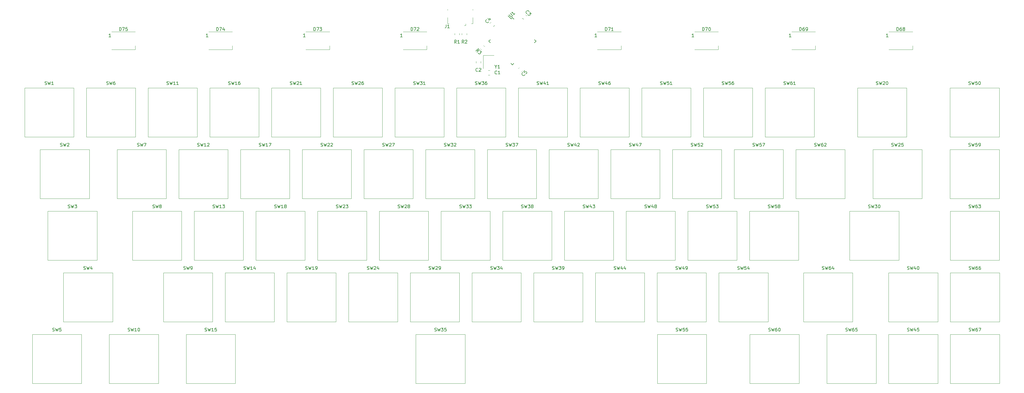
<source format=gbr>
%TF.GenerationSoftware,KiCad,Pcbnew,(6.0.1-0)*%
%TF.CreationDate,2022-09-18T11:43:05-04:00*%
%TF.ProjectId,keeb,6b656562-2e6b-4696-9361-645f70636258,rev?*%
%TF.SameCoordinates,Original*%
%TF.FileFunction,Legend,Top*%
%TF.FilePolarity,Positive*%
%FSLAX46Y46*%
G04 Gerber Fmt 4.6, Leading zero omitted, Abs format (unit mm)*
G04 Created by KiCad (PCBNEW (6.0.1-0)) date 2022-09-18 11:43:05*
%MOMM*%
%LPD*%
G01*
G04 APERTURE LIST*
%ADD10C,0.150000*%
%ADD11C,0.120000*%
G04 APERTURE END LIST*
D10*
%TO.C,J1*%
X143666666Y129447619D02*
X143666666Y128733333D01*
X143619047Y128590476D01*
X143523809Y128495238D01*
X143380952Y128447619D01*
X143285714Y128447619D01*
X144666666Y128447619D02*
X144095238Y128447619D01*
X144380952Y128447619D02*
X144380952Y129447619D01*
X144285714Y129304761D01*
X144190476Y129209523D01*
X144095238Y129161904D01*
%TO.C,U1*%
X163074026Y132448477D02*
X163646446Y131876057D01*
X163747461Y131842385D01*
X163814805Y131842385D01*
X163915820Y131876057D01*
X164050507Y132010744D01*
X164084179Y132111759D01*
X164084179Y132179103D01*
X164050507Y132280118D01*
X163478087Y132852538D01*
X164892301Y132852538D02*
X164488240Y132448477D01*
X164690270Y132650507D02*
X163983164Y133357614D01*
X164016835Y133189255D01*
X164016835Y133054568D01*
X163983164Y132953553D01*
%TO.C,SW5*%
X22141666Y34695238D02*
X22284523Y34647619D01*
X22522619Y34647619D01*
X22617857Y34695238D01*
X22665476Y34742857D01*
X22713095Y34838095D01*
X22713095Y34933333D01*
X22665476Y35028571D01*
X22617857Y35076190D01*
X22522619Y35123809D01*
X22332142Y35171428D01*
X22236904Y35219047D01*
X22189285Y35266666D01*
X22141666Y35361904D01*
X22141666Y35457142D01*
X22189285Y35552380D01*
X22236904Y35600000D01*
X22332142Y35647619D01*
X22570238Y35647619D01*
X22713095Y35600000D01*
X23046428Y35647619D02*
X23284523Y34647619D01*
X23475000Y35361904D01*
X23665476Y34647619D01*
X23903571Y35647619D01*
X24760714Y35647619D02*
X24284523Y35647619D01*
X24236904Y35171428D01*
X24284523Y35219047D01*
X24379761Y35266666D01*
X24617857Y35266666D01*
X24713095Y35219047D01*
X24760714Y35171428D01*
X24808333Y35076190D01*
X24808333Y34838095D01*
X24760714Y34742857D01*
X24713095Y34695238D01*
X24617857Y34647619D01*
X24379761Y34647619D01*
X24284523Y34695238D01*
X24236904Y34742857D01*
%TO.C,SW10*%
X45415476Y34695238D02*
X45558333Y34647619D01*
X45796428Y34647619D01*
X45891666Y34695238D01*
X45939285Y34742857D01*
X45986904Y34838095D01*
X45986904Y34933333D01*
X45939285Y35028571D01*
X45891666Y35076190D01*
X45796428Y35123809D01*
X45605952Y35171428D01*
X45510714Y35219047D01*
X45463095Y35266666D01*
X45415476Y35361904D01*
X45415476Y35457142D01*
X45463095Y35552380D01*
X45510714Y35600000D01*
X45605952Y35647619D01*
X45844047Y35647619D01*
X45986904Y35600000D01*
X46320238Y35647619D02*
X46558333Y34647619D01*
X46748809Y35361904D01*
X46939285Y34647619D01*
X47177380Y35647619D01*
X48082142Y34647619D02*
X47510714Y34647619D01*
X47796428Y34647619D02*
X47796428Y35647619D01*
X47701190Y35504761D01*
X47605952Y35409523D01*
X47510714Y35361904D01*
X48701190Y35647619D02*
X48796428Y35647619D01*
X48891666Y35600000D01*
X48939285Y35552380D01*
X48986904Y35457142D01*
X49034523Y35266666D01*
X49034523Y35028571D01*
X48986904Y34838095D01*
X48939285Y34742857D01*
X48891666Y34695238D01*
X48796428Y34647619D01*
X48701190Y34647619D01*
X48605952Y34695238D01*
X48558333Y34742857D01*
X48510714Y34838095D01*
X48463095Y35028571D01*
X48463095Y35266666D01*
X48510714Y35457142D01*
X48558333Y35552380D01*
X48605952Y35600000D01*
X48701190Y35647619D01*
%TO.C,SW15*%
X69165476Y34695238D02*
X69308333Y34647619D01*
X69546428Y34647619D01*
X69641666Y34695238D01*
X69689285Y34742857D01*
X69736904Y34838095D01*
X69736904Y34933333D01*
X69689285Y35028571D01*
X69641666Y35076190D01*
X69546428Y35123809D01*
X69355952Y35171428D01*
X69260714Y35219047D01*
X69213095Y35266666D01*
X69165476Y35361904D01*
X69165476Y35457142D01*
X69213095Y35552380D01*
X69260714Y35600000D01*
X69355952Y35647619D01*
X69594047Y35647619D01*
X69736904Y35600000D01*
X70070238Y35647619D02*
X70308333Y34647619D01*
X70498809Y35361904D01*
X70689285Y34647619D01*
X70927380Y35647619D01*
X71832142Y34647619D02*
X71260714Y34647619D01*
X71546428Y34647619D02*
X71546428Y35647619D01*
X71451190Y35504761D01*
X71355952Y35409523D01*
X71260714Y35361904D01*
X72736904Y35647619D02*
X72260714Y35647619D01*
X72213095Y35171428D01*
X72260714Y35219047D01*
X72355952Y35266666D01*
X72594047Y35266666D01*
X72689285Y35219047D01*
X72736904Y35171428D01*
X72784523Y35076190D01*
X72784523Y34838095D01*
X72736904Y34742857D01*
X72689285Y34695238D01*
X72594047Y34647619D01*
X72355952Y34647619D01*
X72260714Y34695238D01*
X72213095Y34742857D01*
%TO.C,SW20*%
X276440476Y110895238D02*
X276583333Y110847619D01*
X276821428Y110847619D01*
X276916666Y110895238D01*
X276964285Y110942857D01*
X277011904Y111038095D01*
X277011904Y111133333D01*
X276964285Y111228571D01*
X276916666Y111276190D01*
X276821428Y111323809D01*
X276630952Y111371428D01*
X276535714Y111419047D01*
X276488095Y111466666D01*
X276440476Y111561904D01*
X276440476Y111657142D01*
X276488095Y111752380D01*
X276535714Y111800000D01*
X276630952Y111847619D01*
X276869047Y111847619D01*
X277011904Y111800000D01*
X277345238Y111847619D02*
X277583333Y110847619D01*
X277773809Y111561904D01*
X277964285Y110847619D01*
X278202380Y111847619D01*
X278535714Y111752380D02*
X278583333Y111800000D01*
X278678571Y111847619D01*
X278916666Y111847619D01*
X279011904Y111800000D01*
X279059523Y111752380D01*
X279107142Y111657142D01*
X279107142Y111561904D01*
X279059523Y111419047D01*
X278488095Y110847619D01*
X279107142Y110847619D01*
X279726190Y111847619D02*
X279821428Y111847619D01*
X279916666Y111800000D01*
X279964285Y111752380D01*
X280011904Y111657142D01*
X280059523Y111466666D01*
X280059523Y111228571D01*
X280011904Y111038095D01*
X279964285Y110942857D01*
X279916666Y110895238D01*
X279821428Y110847619D01*
X279726190Y110847619D01*
X279630952Y110895238D01*
X279583333Y110942857D01*
X279535714Y111038095D01*
X279488095Y111228571D01*
X279488095Y111466666D01*
X279535714Y111657142D01*
X279583333Y111752380D01*
X279630952Y111800000D01*
X279726190Y111847619D01*
%TO.C,SW25*%
X281190476Y91845238D02*
X281333333Y91797619D01*
X281571428Y91797619D01*
X281666666Y91845238D01*
X281714285Y91892857D01*
X281761904Y91988095D01*
X281761904Y92083333D01*
X281714285Y92178571D01*
X281666666Y92226190D01*
X281571428Y92273809D01*
X281380952Y92321428D01*
X281285714Y92369047D01*
X281238095Y92416666D01*
X281190476Y92511904D01*
X281190476Y92607142D01*
X281238095Y92702380D01*
X281285714Y92750000D01*
X281380952Y92797619D01*
X281619047Y92797619D01*
X281761904Y92750000D01*
X282095238Y92797619D02*
X282333333Y91797619D01*
X282523809Y92511904D01*
X282714285Y91797619D01*
X282952380Y92797619D01*
X283285714Y92702380D02*
X283333333Y92750000D01*
X283428571Y92797619D01*
X283666666Y92797619D01*
X283761904Y92750000D01*
X283809523Y92702380D01*
X283857142Y92607142D01*
X283857142Y92511904D01*
X283809523Y92369047D01*
X283238095Y91797619D01*
X283857142Y91797619D01*
X284761904Y92797619D02*
X284285714Y92797619D01*
X284238095Y92321428D01*
X284285714Y92369047D01*
X284380952Y92416666D01*
X284619047Y92416666D01*
X284714285Y92369047D01*
X284761904Y92321428D01*
X284809523Y92226190D01*
X284809523Y91988095D01*
X284761904Y91892857D01*
X284714285Y91845238D01*
X284619047Y91797619D01*
X284380952Y91797619D01*
X284285714Y91845238D01*
X284238095Y91892857D01*
%TO.C,SW30*%
X274015476Y72795238D02*
X274158333Y72747619D01*
X274396428Y72747619D01*
X274491666Y72795238D01*
X274539285Y72842857D01*
X274586904Y72938095D01*
X274586904Y73033333D01*
X274539285Y73128571D01*
X274491666Y73176190D01*
X274396428Y73223809D01*
X274205952Y73271428D01*
X274110714Y73319047D01*
X274063095Y73366666D01*
X274015476Y73461904D01*
X274015476Y73557142D01*
X274063095Y73652380D01*
X274110714Y73700000D01*
X274205952Y73747619D01*
X274444047Y73747619D01*
X274586904Y73700000D01*
X274920238Y73747619D02*
X275158333Y72747619D01*
X275348809Y73461904D01*
X275539285Y72747619D01*
X275777380Y73747619D01*
X276063095Y73747619D02*
X276682142Y73747619D01*
X276348809Y73366666D01*
X276491666Y73366666D01*
X276586904Y73319047D01*
X276634523Y73271428D01*
X276682142Y73176190D01*
X276682142Y72938095D01*
X276634523Y72842857D01*
X276586904Y72795238D01*
X276491666Y72747619D01*
X276205952Y72747619D01*
X276110714Y72795238D01*
X276063095Y72842857D01*
X277301190Y73747619D02*
X277396428Y73747619D01*
X277491666Y73700000D01*
X277539285Y73652380D01*
X277586904Y73557142D01*
X277634523Y73366666D01*
X277634523Y73128571D01*
X277586904Y72938095D01*
X277539285Y72842857D01*
X277491666Y72795238D01*
X277396428Y72747619D01*
X277301190Y72747619D01*
X277205952Y72795238D01*
X277158333Y72842857D01*
X277110714Y72938095D01*
X277063095Y73128571D01*
X277063095Y73366666D01*
X277110714Y73557142D01*
X277158333Y73652380D01*
X277205952Y73700000D01*
X277301190Y73747619D01*
%TO.C,SW35*%
X140090476Y34695238D02*
X140233333Y34647619D01*
X140471428Y34647619D01*
X140566666Y34695238D01*
X140614285Y34742857D01*
X140661904Y34838095D01*
X140661904Y34933333D01*
X140614285Y35028571D01*
X140566666Y35076190D01*
X140471428Y35123809D01*
X140280952Y35171428D01*
X140185714Y35219047D01*
X140138095Y35266666D01*
X140090476Y35361904D01*
X140090476Y35457142D01*
X140138095Y35552380D01*
X140185714Y35600000D01*
X140280952Y35647619D01*
X140519047Y35647619D01*
X140661904Y35600000D01*
X140995238Y35647619D02*
X141233333Y34647619D01*
X141423809Y35361904D01*
X141614285Y34647619D01*
X141852380Y35647619D01*
X142138095Y35647619D02*
X142757142Y35647619D01*
X142423809Y35266666D01*
X142566666Y35266666D01*
X142661904Y35219047D01*
X142709523Y35171428D01*
X142757142Y35076190D01*
X142757142Y34838095D01*
X142709523Y34742857D01*
X142661904Y34695238D01*
X142566666Y34647619D01*
X142280952Y34647619D01*
X142185714Y34695238D01*
X142138095Y34742857D01*
X143661904Y35647619D02*
X143185714Y35647619D01*
X143138095Y35171428D01*
X143185714Y35219047D01*
X143280952Y35266666D01*
X143519047Y35266666D01*
X143614285Y35219047D01*
X143661904Y35171428D01*
X143709523Y35076190D01*
X143709523Y34838095D01*
X143661904Y34742857D01*
X143614285Y34695238D01*
X143519047Y34647619D01*
X143280952Y34647619D01*
X143185714Y34695238D01*
X143138095Y34742857D01*
%TO.C,SW55*%
X214640476Y34695238D02*
X214783333Y34647619D01*
X215021428Y34647619D01*
X215116666Y34695238D01*
X215164285Y34742857D01*
X215211904Y34838095D01*
X215211904Y34933333D01*
X215164285Y35028571D01*
X215116666Y35076190D01*
X215021428Y35123809D01*
X214830952Y35171428D01*
X214735714Y35219047D01*
X214688095Y35266666D01*
X214640476Y35361904D01*
X214640476Y35457142D01*
X214688095Y35552380D01*
X214735714Y35600000D01*
X214830952Y35647619D01*
X215069047Y35647619D01*
X215211904Y35600000D01*
X215545238Y35647619D02*
X215783333Y34647619D01*
X215973809Y35361904D01*
X216164285Y34647619D01*
X216402380Y35647619D01*
X217259523Y35647619D02*
X216783333Y35647619D01*
X216735714Y35171428D01*
X216783333Y35219047D01*
X216878571Y35266666D01*
X217116666Y35266666D01*
X217211904Y35219047D01*
X217259523Y35171428D01*
X217307142Y35076190D01*
X217307142Y34838095D01*
X217259523Y34742857D01*
X217211904Y34695238D01*
X217116666Y34647619D01*
X216878571Y34647619D01*
X216783333Y34695238D01*
X216735714Y34742857D01*
X218211904Y35647619D02*
X217735714Y35647619D01*
X217688095Y35171428D01*
X217735714Y35219047D01*
X217830952Y35266666D01*
X218069047Y35266666D01*
X218164285Y35219047D01*
X218211904Y35171428D01*
X218259523Y35076190D01*
X218259523Y34838095D01*
X218211904Y34742857D01*
X218164285Y34695238D01*
X218069047Y34647619D01*
X217830952Y34647619D01*
X217735714Y34695238D01*
X217688095Y34742857D01*
%TO.C,SW60*%
X243190476Y34695238D02*
X243333333Y34647619D01*
X243571428Y34647619D01*
X243666666Y34695238D01*
X243714285Y34742857D01*
X243761904Y34838095D01*
X243761904Y34933333D01*
X243714285Y35028571D01*
X243666666Y35076190D01*
X243571428Y35123809D01*
X243380952Y35171428D01*
X243285714Y35219047D01*
X243238095Y35266666D01*
X243190476Y35361904D01*
X243190476Y35457142D01*
X243238095Y35552380D01*
X243285714Y35600000D01*
X243380952Y35647619D01*
X243619047Y35647619D01*
X243761904Y35600000D01*
X244095238Y35647619D02*
X244333333Y34647619D01*
X244523809Y35361904D01*
X244714285Y34647619D01*
X244952380Y35647619D01*
X245761904Y35647619D02*
X245571428Y35647619D01*
X245476190Y35600000D01*
X245428571Y35552380D01*
X245333333Y35409523D01*
X245285714Y35219047D01*
X245285714Y34838095D01*
X245333333Y34742857D01*
X245380952Y34695238D01*
X245476190Y34647619D01*
X245666666Y34647619D01*
X245761904Y34695238D01*
X245809523Y34742857D01*
X245857142Y34838095D01*
X245857142Y35076190D01*
X245809523Y35171428D01*
X245761904Y35219047D01*
X245666666Y35266666D01*
X245476190Y35266666D01*
X245380952Y35219047D01*
X245333333Y35171428D01*
X245285714Y35076190D01*
X246476190Y35647619D02*
X246571428Y35647619D01*
X246666666Y35600000D01*
X246714285Y35552380D01*
X246761904Y35457142D01*
X246809523Y35266666D01*
X246809523Y35028571D01*
X246761904Y34838095D01*
X246714285Y34742857D01*
X246666666Y34695238D01*
X246571428Y34647619D01*
X246476190Y34647619D01*
X246380952Y34695238D01*
X246333333Y34742857D01*
X246285714Y34838095D01*
X246238095Y35028571D01*
X246238095Y35266666D01*
X246285714Y35457142D01*
X246333333Y35552380D01*
X246380952Y35600000D01*
X246476190Y35647619D01*
%TO.C,SW64*%
X259765476Y53745238D02*
X259908333Y53697619D01*
X260146428Y53697619D01*
X260241666Y53745238D01*
X260289285Y53792857D01*
X260336904Y53888095D01*
X260336904Y53983333D01*
X260289285Y54078571D01*
X260241666Y54126190D01*
X260146428Y54173809D01*
X259955952Y54221428D01*
X259860714Y54269047D01*
X259813095Y54316666D01*
X259765476Y54411904D01*
X259765476Y54507142D01*
X259813095Y54602380D01*
X259860714Y54650000D01*
X259955952Y54697619D01*
X260194047Y54697619D01*
X260336904Y54650000D01*
X260670238Y54697619D02*
X260908333Y53697619D01*
X261098809Y54411904D01*
X261289285Y53697619D01*
X261527380Y54697619D01*
X262336904Y54697619D02*
X262146428Y54697619D01*
X262051190Y54650000D01*
X262003571Y54602380D01*
X261908333Y54459523D01*
X261860714Y54269047D01*
X261860714Y53888095D01*
X261908333Y53792857D01*
X261955952Y53745238D01*
X262051190Y53697619D01*
X262241666Y53697619D01*
X262336904Y53745238D01*
X262384523Y53792857D01*
X262432142Y53888095D01*
X262432142Y54126190D01*
X262384523Y54221428D01*
X262336904Y54269047D01*
X262241666Y54316666D01*
X262051190Y54316666D01*
X261955952Y54269047D01*
X261908333Y54221428D01*
X261860714Y54126190D01*
X263289285Y54364285D02*
X263289285Y53697619D01*
X263051190Y54745238D02*
X262813095Y54030952D01*
X263432142Y54030952D01*
%TO.C,SW1*%
X19766666Y110895238D02*
X19909523Y110847619D01*
X20147619Y110847619D01*
X20242857Y110895238D01*
X20290476Y110942857D01*
X20338095Y111038095D01*
X20338095Y111133333D01*
X20290476Y111228571D01*
X20242857Y111276190D01*
X20147619Y111323809D01*
X19957142Y111371428D01*
X19861904Y111419047D01*
X19814285Y111466666D01*
X19766666Y111561904D01*
X19766666Y111657142D01*
X19814285Y111752380D01*
X19861904Y111800000D01*
X19957142Y111847619D01*
X20195238Y111847619D01*
X20338095Y111800000D01*
X20671428Y111847619D02*
X20909523Y110847619D01*
X21100000Y111561904D01*
X21290476Y110847619D01*
X21528571Y111847619D01*
X22433333Y110847619D02*
X21861904Y110847619D01*
X22147619Y110847619D02*
X22147619Y111847619D01*
X22052380Y111704761D01*
X21957142Y111609523D01*
X21861904Y111561904D01*
%TO.C,SW6*%
X38816666Y110895238D02*
X38959523Y110847619D01*
X39197619Y110847619D01*
X39292857Y110895238D01*
X39340476Y110942857D01*
X39388095Y111038095D01*
X39388095Y111133333D01*
X39340476Y111228571D01*
X39292857Y111276190D01*
X39197619Y111323809D01*
X39007142Y111371428D01*
X38911904Y111419047D01*
X38864285Y111466666D01*
X38816666Y111561904D01*
X38816666Y111657142D01*
X38864285Y111752380D01*
X38911904Y111800000D01*
X39007142Y111847619D01*
X39245238Y111847619D01*
X39388095Y111800000D01*
X39721428Y111847619D02*
X39959523Y110847619D01*
X40150000Y111561904D01*
X40340476Y110847619D01*
X40578571Y111847619D01*
X41388095Y111847619D02*
X41197619Y111847619D01*
X41102380Y111800000D01*
X41054761Y111752380D01*
X40959523Y111609523D01*
X40911904Y111419047D01*
X40911904Y111038095D01*
X40959523Y110942857D01*
X41007142Y110895238D01*
X41102380Y110847619D01*
X41292857Y110847619D01*
X41388095Y110895238D01*
X41435714Y110942857D01*
X41483333Y111038095D01*
X41483333Y111276190D01*
X41435714Y111371428D01*
X41388095Y111419047D01*
X41292857Y111466666D01*
X41102380Y111466666D01*
X41007142Y111419047D01*
X40959523Y111371428D01*
X40911904Y111276190D01*
%TO.C,SW8*%
X53066666Y72795238D02*
X53209523Y72747619D01*
X53447619Y72747619D01*
X53542857Y72795238D01*
X53590476Y72842857D01*
X53638095Y72938095D01*
X53638095Y73033333D01*
X53590476Y73128571D01*
X53542857Y73176190D01*
X53447619Y73223809D01*
X53257142Y73271428D01*
X53161904Y73319047D01*
X53114285Y73366666D01*
X53066666Y73461904D01*
X53066666Y73557142D01*
X53114285Y73652380D01*
X53161904Y73700000D01*
X53257142Y73747619D01*
X53495238Y73747619D01*
X53638095Y73700000D01*
X53971428Y73747619D02*
X54209523Y72747619D01*
X54400000Y73461904D01*
X54590476Y72747619D01*
X54828571Y73747619D01*
X55352380Y73319047D02*
X55257142Y73366666D01*
X55209523Y73414285D01*
X55161904Y73509523D01*
X55161904Y73557142D01*
X55209523Y73652380D01*
X55257142Y73700000D01*
X55352380Y73747619D01*
X55542857Y73747619D01*
X55638095Y73700000D01*
X55685714Y73652380D01*
X55733333Y73557142D01*
X55733333Y73509523D01*
X55685714Y73414285D01*
X55638095Y73366666D01*
X55542857Y73319047D01*
X55352380Y73319047D01*
X55257142Y73271428D01*
X55209523Y73223809D01*
X55161904Y73128571D01*
X55161904Y72938095D01*
X55209523Y72842857D01*
X55257142Y72795238D01*
X55352380Y72747619D01*
X55542857Y72747619D01*
X55638095Y72795238D01*
X55685714Y72842857D01*
X55733333Y72938095D01*
X55733333Y73128571D01*
X55685714Y73223809D01*
X55638095Y73271428D01*
X55542857Y73319047D01*
%TO.C,SW9*%
X62616666Y53745238D02*
X62759523Y53697619D01*
X62997619Y53697619D01*
X63092857Y53745238D01*
X63140476Y53792857D01*
X63188095Y53888095D01*
X63188095Y53983333D01*
X63140476Y54078571D01*
X63092857Y54126190D01*
X62997619Y54173809D01*
X62807142Y54221428D01*
X62711904Y54269047D01*
X62664285Y54316666D01*
X62616666Y54411904D01*
X62616666Y54507142D01*
X62664285Y54602380D01*
X62711904Y54650000D01*
X62807142Y54697619D01*
X63045238Y54697619D01*
X63188095Y54650000D01*
X63521428Y54697619D02*
X63759523Y53697619D01*
X63950000Y54411904D01*
X64140476Y53697619D01*
X64378571Y54697619D01*
X64807142Y53697619D02*
X64997619Y53697619D01*
X65092857Y53745238D01*
X65140476Y53792857D01*
X65235714Y53935714D01*
X65283333Y54126190D01*
X65283333Y54507142D01*
X65235714Y54602380D01*
X65188095Y54650000D01*
X65092857Y54697619D01*
X64902380Y54697619D01*
X64807142Y54650000D01*
X64759523Y54602380D01*
X64711904Y54507142D01*
X64711904Y54269047D01*
X64759523Y54173809D01*
X64807142Y54126190D01*
X64902380Y54078571D01*
X65092857Y54078571D01*
X65188095Y54126190D01*
X65235714Y54173809D01*
X65283333Y54269047D01*
%TO.C,SW11*%
X57390476Y110895238D02*
X57533333Y110847619D01*
X57771428Y110847619D01*
X57866666Y110895238D01*
X57914285Y110942857D01*
X57961904Y111038095D01*
X57961904Y111133333D01*
X57914285Y111228571D01*
X57866666Y111276190D01*
X57771428Y111323809D01*
X57580952Y111371428D01*
X57485714Y111419047D01*
X57438095Y111466666D01*
X57390476Y111561904D01*
X57390476Y111657142D01*
X57438095Y111752380D01*
X57485714Y111800000D01*
X57580952Y111847619D01*
X57819047Y111847619D01*
X57961904Y111800000D01*
X58295238Y111847619D02*
X58533333Y110847619D01*
X58723809Y111561904D01*
X58914285Y110847619D01*
X59152380Y111847619D01*
X60057142Y110847619D02*
X59485714Y110847619D01*
X59771428Y110847619D02*
X59771428Y111847619D01*
X59676190Y111704761D01*
X59580952Y111609523D01*
X59485714Y111561904D01*
X61009523Y110847619D02*
X60438095Y110847619D01*
X60723809Y110847619D02*
X60723809Y111847619D01*
X60628571Y111704761D01*
X60533333Y111609523D01*
X60438095Y111561904D01*
%TO.C,SW12*%
X66890476Y91845238D02*
X67033333Y91797619D01*
X67271428Y91797619D01*
X67366666Y91845238D01*
X67414285Y91892857D01*
X67461904Y91988095D01*
X67461904Y92083333D01*
X67414285Y92178571D01*
X67366666Y92226190D01*
X67271428Y92273809D01*
X67080952Y92321428D01*
X66985714Y92369047D01*
X66938095Y92416666D01*
X66890476Y92511904D01*
X66890476Y92607142D01*
X66938095Y92702380D01*
X66985714Y92750000D01*
X67080952Y92797619D01*
X67319047Y92797619D01*
X67461904Y92750000D01*
X67795238Y92797619D02*
X68033333Y91797619D01*
X68223809Y92511904D01*
X68414285Y91797619D01*
X68652380Y92797619D01*
X69557142Y91797619D02*
X68985714Y91797619D01*
X69271428Y91797619D02*
X69271428Y92797619D01*
X69176190Y92654761D01*
X69080952Y92559523D01*
X68985714Y92511904D01*
X69938095Y92702380D02*
X69985714Y92750000D01*
X70080952Y92797619D01*
X70319047Y92797619D01*
X70414285Y92750000D01*
X70461904Y92702380D01*
X70509523Y92607142D01*
X70509523Y92511904D01*
X70461904Y92369047D01*
X69890476Y91797619D01*
X70509523Y91797619D01*
%TO.C,SW13*%
X71640476Y72795238D02*
X71783333Y72747619D01*
X72021428Y72747619D01*
X72116666Y72795238D01*
X72164285Y72842857D01*
X72211904Y72938095D01*
X72211904Y73033333D01*
X72164285Y73128571D01*
X72116666Y73176190D01*
X72021428Y73223809D01*
X71830952Y73271428D01*
X71735714Y73319047D01*
X71688095Y73366666D01*
X71640476Y73461904D01*
X71640476Y73557142D01*
X71688095Y73652380D01*
X71735714Y73700000D01*
X71830952Y73747619D01*
X72069047Y73747619D01*
X72211904Y73700000D01*
X72545238Y73747619D02*
X72783333Y72747619D01*
X72973809Y73461904D01*
X73164285Y72747619D01*
X73402380Y73747619D01*
X74307142Y72747619D02*
X73735714Y72747619D01*
X74021428Y72747619D02*
X74021428Y73747619D01*
X73926190Y73604761D01*
X73830952Y73509523D01*
X73735714Y73461904D01*
X74640476Y73747619D02*
X75259523Y73747619D01*
X74926190Y73366666D01*
X75069047Y73366666D01*
X75164285Y73319047D01*
X75211904Y73271428D01*
X75259523Y73176190D01*
X75259523Y72938095D01*
X75211904Y72842857D01*
X75164285Y72795238D01*
X75069047Y72747619D01*
X74783333Y72747619D01*
X74688095Y72795238D01*
X74640476Y72842857D01*
%TO.C,SW14*%
X81190476Y53745238D02*
X81333333Y53697619D01*
X81571428Y53697619D01*
X81666666Y53745238D01*
X81714285Y53792857D01*
X81761904Y53888095D01*
X81761904Y53983333D01*
X81714285Y54078571D01*
X81666666Y54126190D01*
X81571428Y54173809D01*
X81380952Y54221428D01*
X81285714Y54269047D01*
X81238095Y54316666D01*
X81190476Y54411904D01*
X81190476Y54507142D01*
X81238095Y54602380D01*
X81285714Y54650000D01*
X81380952Y54697619D01*
X81619047Y54697619D01*
X81761904Y54650000D01*
X82095238Y54697619D02*
X82333333Y53697619D01*
X82523809Y54411904D01*
X82714285Y53697619D01*
X82952380Y54697619D01*
X83857142Y53697619D02*
X83285714Y53697619D01*
X83571428Y53697619D02*
X83571428Y54697619D01*
X83476190Y54554761D01*
X83380952Y54459523D01*
X83285714Y54411904D01*
X84714285Y54364285D02*
X84714285Y53697619D01*
X84476190Y54745238D02*
X84238095Y54030952D01*
X84857142Y54030952D01*
%TO.C,SW16*%
X76440476Y110895238D02*
X76583333Y110847619D01*
X76821428Y110847619D01*
X76916666Y110895238D01*
X76964285Y110942857D01*
X77011904Y111038095D01*
X77011904Y111133333D01*
X76964285Y111228571D01*
X76916666Y111276190D01*
X76821428Y111323809D01*
X76630952Y111371428D01*
X76535714Y111419047D01*
X76488095Y111466666D01*
X76440476Y111561904D01*
X76440476Y111657142D01*
X76488095Y111752380D01*
X76535714Y111800000D01*
X76630952Y111847619D01*
X76869047Y111847619D01*
X77011904Y111800000D01*
X77345238Y111847619D02*
X77583333Y110847619D01*
X77773809Y111561904D01*
X77964285Y110847619D01*
X78202380Y111847619D01*
X79107142Y110847619D02*
X78535714Y110847619D01*
X78821428Y110847619D02*
X78821428Y111847619D01*
X78726190Y111704761D01*
X78630952Y111609523D01*
X78535714Y111561904D01*
X79964285Y111847619D02*
X79773809Y111847619D01*
X79678571Y111800000D01*
X79630952Y111752380D01*
X79535714Y111609523D01*
X79488095Y111419047D01*
X79488095Y111038095D01*
X79535714Y110942857D01*
X79583333Y110895238D01*
X79678571Y110847619D01*
X79869047Y110847619D01*
X79964285Y110895238D01*
X80011904Y110942857D01*
X80059523Y111038095D01*
X80059523Y111276190D01*
X80011904Y111371428D01*
X79964285Y111419047D01*
X79869047Y111466666D01*
X79678571Y111466666D01*
X79583333Y111419047D01*
X79535714Y111371428D01*
X79488095Y111276190D01*
%TO.C,SW17*%
X85940476Y91845238D02*
X86083333Y91797619D01*
X86321428Y91797619D01*
X86416666Y91845238D01*
X86464285Y91892857D01*
X86511904Y91988095D01*
X86511904Y92083333D01*
X86464285Y92178571D01*
X86416666Y92226190D01*
X86321428Y92273809D01*
X86130952Y92321428D01*
X86035714Y92369047D01*
X85988095Y92416666D01*
X85940476Y92511904D01*
X85940476Y92607142D01*
X85988095Y92702380D01*
X86035714Y92750000D01*
X86130952Y92797619D01*
X86369047Y92797619D01*
X86511904Y92750000D01*
X86845238Y92797619D02*
X87083333Y91797619D01*
X87273809Y92511904D01*
X87464285Y91797619D01*
X87702380Y92797619D01*
X88607142Y91797619D02*
X88035714Y91797619D01*
X88321428Y91797619D02*
X88321428Y92797619D01*
X88226190Y92654761D01*
X88130952Y92559523D01*
X88035714Y92511904D01*
X88940476Y92797619D02*
X89607142Y92797619D01*
X89178571Y91797619D01*
%TO.C,SW18*%
X90690476Y72795238D02*
X90833333Y72747619D01*
X91071428Y72747619D01*
X91166666Y72795238D01*
X91214285Y72842857D01*
X91261904Y72938095D01*
X91261904Y73033333D01*
X91214285Y73128571D01*
X91166666Y73176190D01*
X91071428Y73223809D01*
X90880952Y73271428D01*
X90785714Y73319047D01*
X90738095Y73366666D01*
X90690476Y73461904D01*
X90690476Y73557142D01*
X90738095Y73652380D01*
X90785714Y73700000D01*
X90880952Y73747619D01*
X91119047Y73747619D01*
X91261904Y73700000D01*
X91595238Y73747619D02*
X91833333Y72747619D01*
X92023809Y73461904D01*
X92214285Y72747619D01*
X92452380Y73747619D01*
X93357142Y72747619D02*
X92785714Y72747619D01*
X93071428Y72747619D02*
X93071428Y73747619D01*
X92976190Y73604761D01*
X92880952Y73509523D01*
X92785714Y73461904D01*
X93928571Y73319047D02*
X93833333Y73366666D01*
X93785714Y73414285D01*
X93738095Y73509523D01*
X93738095Y73557142D01*
X93785714Y73652380D01*
X93833333Y73700000D01*
X93928571Y73747619D01*
X94119047Y73747619D01*
X94214285Y73700000D01*
X94261904Y73652380D01*
X94309523Y73557142D01*
X94309523Y73509523D01*
X94261904Y73414285D01*
X94214285Y73366666D01*
X94119047Y73319047D01*
X93928571Y73319047D01*
X93833333Y73271428D01*
X93785714Y73223809D01*
X93738095Y73128571D01*
X93738095Y72938095D01*
X93785714Y72842857D01*
X93833333Y72795238D01*
X93928571Y72747619D01*
X94119047Y72747619D01*
X94214285Y72795238D01*
X94261904Y72842857D01*
X94309523Y72938095D01*
X94309523Y73128571D01*
X94261904Y73223809D01*
X94214285Y73271428D01*
X94119047Y73319047D01*
%TO.C,SW19*%
X100240476Y53745238D02*
X100383333Y53697619D01*
X100621428Y53697619D01*
X100716666Y53745238D01*
X100764285Y53792857D01*
X100811904Y53888095D01*
X100811904Y53983333D01*
X100764285Y54078571D01*
X100716666Y54126190D01*
X100621428Y54173809D01*
X100430952Y54221428D01*
X100335714Y54269047D01*
X100288095Y54316666D01*
X100240476Y54411904D01*
X100240476Y54507142D01*
X100288095Y54602380D01*
X100335714Y54650000D01*
X100430952Y54697619D01*
X100669047Y54697619D01*
X100811904Y54650000D01*
X101145238Y54697619D02*
X101383333Y53697619D01*
X101573809Y54411904D01*
X101764285Y53697619D01*
X102002380Y54697619D01*
X102907142Y53697619D02*
X102335714Y53697619D01*
X102621428Y53697619D02*
X102621428Y54697619D01*
X102526190Y54554761D01*
X102430952Y54459523D01*
X102335714Y54411904D01*
X103383333Y53697619D02*
X103573809Y53697619D01*
X103669047Y53745238D01*
X103716666Y53792857D01*
X103811904Y53935714D01*
X103859523Y54126190D01*
X103859523Y54507142D01*
X103811904Y54602380D01*
X103764285Y54650000D01*
X103669047Y54697619D01*
X103478571Y54697619D01*
X103383333Y54650000D01*
X103335714Y54602380D01*
X103288095Y54507142D01*
X103288095Y54269047D01*
X103335714Y54173809D01*
X103383333Y54126190D01*
X103478571Y54078571D01*
X103669047Y54078571D01*
X103764285Y54126190D01*
X103811904Y54173809D01*
X103859523Y54269047D01*
%TO.C,SW21*%
X95490476Y110895238D02*
X95633333Y110847619D01*
X95871428Y110847619D01*
X95966666Y110895238D01*
X96014285Y110942857D01*
X96061904Y111038095D01*
X96061904Y111133333D01*
X96014285Y111228571D01*
X95966666Y111276190D01*
X95871428Y111323809D01*
X95680952Y111371428D01*
X95585714Y111419047D01*
X95538095Y111466666D01*
X95490476Y111561904D01*
X95490476Y111657142D01*
X95538095Y111752380D01*
X95585714Y111800000D01*
X95680952Y111847619D01*
X95919047Y111847619D01*
X96061904Y111800000D01*
X96395238Y111847619D02*
X96633333Y110847619D01*
X96823809Y111561904D01*
X97014285Y110847619D01*
X97252380Y111847619D01*
X97585714Y111752380D02*
X97633333Y111800000D01*
X97728571Y111847619D01*
X97966666Y111847619D01*
X98061904Y111800000D01*
X98109523Y111752380D01*
X98157142Y111657142D01*
X98157142Y111561904D01*
X98109523Y111419047D01*
X97538095Y110847619D01*
X98157142Y110847619D01*
X99109523Y110847619D02*
X98538095Y110847619D01*
X98823809Y110847619D02*
X98823809Y111847619D01*
X98728571Y111704761D01*
X98633333Y111609523D01*
X98538095Y111561904D01*
%TO.C,SW22*%
X104990476Y91845238D02*
X105133333Y91797619D01*
X105371428Y91797619D01*
X105466666Y91845238D01*
X105514285Y91892857D01*
X105561904Y91988095D01*
X105561904Y92083333D01*
X105514285Y92178571D01*
X105466666Y92226190D01*
X105371428Y92273809D01*
X105180952Y92321428D01*
X105085714Y92369047D01*
X105038095Y92416666D01*
X104990476Y92511904D01*
X104990476Y92607142D01*
X105038095Y92702380D01*
X105085714Y92750000D01*
X105180952Y92797619D01*
X105419047Y92797619D01*
X105561904Y92750000D01*
X105895238Y92797619D02*
X106133333Y91797619D01*
X106323809Y92511904D01*
X106514285Y91797619D01*
X106752380Y92797619D01*
X107085714Y92702380D02*
X107133333Y92750000D01*
X107228571Y92797619D01*
X107466666Y92797619D01*
X107561904Y92750000D01*
X107609523Y92702380D01*
X107657142Y92607142D01*
X107657142Y92511904D01*
X107609523Y92369047D01*
X107038095Y91797619D01*
X107657142Y91797619D01*
X108038095Y92702380D02*
X108085714Y92750000D01*
X108180952Y92797619D01*
X108419047Y92797619D01*
X108514285Y92750000D01*
X108561904Y92702380D01*
X108609523Y92607142D01*
X108609523Y92511904D01*
X108561904Y92369047D01*
X107990476Y91797619D01*
X108609523Y91797619D01*
%TO.C,SW23*%
X109740476Y72795238D02*
X109883333Y72747619D01*
X110121428Y72747619D01*
X110216666Y72795238D01*
X110264285Y72842857D01*
X110311904Y72938095D01*
X110311904Y73033333D01*
X110264285Y73128571D01*
X110216666Y73176190D01*
X110121428Y73223809D01*
X109930952Y73271428D01*
X109835714Y73319047D01*
X109788095Y73366666D01*
X109740476Y73461904D01*
X109740476Y73557142D01*
X109788095Y73652380D01*
X109835714Y73700000D01*
X109930952Y73747619D01*
X110169047Y73747619D01*
X110311904Y73700000D01*
X110645238Y73747619D02*
X110883333Y72747619D01*
X111073809Y73461904D01*
X111264285Y72747619D01*
X111502380Y73747619D01*
X111835714Y73652380D02*
X111883333Y73700000D01*
X111978571Y73747619D01*
X112216666Y73747619D01*
X112311904Y73700000D01*
X112359523Y73652380D01*
X112407142Y73557142D01*
X112407142Y73461904D01*
X112359523Y73319047D01*
X111788095Y72747619D01*
X112407142Y72747619D01*
X112740476Y73747619D02*
X113359523Y73747619D01*
X113026190Y73366666D01*
X113169047Y73366666D01*
X113264285Y73319047D01*
X113311904Y73271428D01*
X113359523Y73176190D01*
X113359523Y72938095D01*
X113311904Y72842857D01*
X113264285Y72795238D01*
X113169047Y72747619D01*
X112883333Y72747619D01*
X112788095Y72795238D01*
X112740476Y72842857D01*
%TO.C,SW24*%
X119290476Y53745238D02*
X119433333Y53697619D01*
X119671428Y53697619D01*
X119766666Y53745238D01*
X119814285Y53792857D01*
X119861904Y53888095D01*
X119861904Y53983333D01*
X119814285Y54078571D01*
X119766666Y54126190D01*
X119671428Y54173809D01*
X119480952Y54221428D01*
X119385714Y54269047D01*
X119338095Y54316666D01*
X119290476Y54411904D01*
X119290476Y54507142D01*
X119338095Y54602380D01*
X119385714Y54650000D01*
X119480952Y54697619D01*
X119719047Y54697619D01*
X119861904Y54650000D01*
X120195238Y54697619D02*
X120433333Y53697619D01*
X120623809Y54411904D01*
X120814285Y53697619D01*
X121052380Y54697619D01*
X121385714Y54602380D02*
X121433333Y54650000D01*
X121528571Y54697619D01*
X121766666Y54697619D01*
X121861904Y54650000D01*
X121909523Y54602380D01*
X121957142Y54507142D01*
X121957142Y54411904D01*
X121909523Y54269047D01*
X121338095Y53697619D01*
X121957142Y53697619D01*
X122814285Y54364285D02*
X122814285Y53697619D01*
X122576190Y54745238D02*
X122338095Y54030952D01*
X122957142Y54030952D01*
%TO.C,SW26*%
X114540476Y110895238D02*
X114683333Y110847619D01*
X114921428Y110847619D01*
X115016666Y110895238D01*
X115064285Y110942857D01*
X115111904Y111038095D01*
X115111904Y111133333D01*
X115064285Y111228571D01*
X115016666Y111276190D01*
X114921428Y111323809D01*
X114730952Y111371428D01*
X114635714Y111419047D01*
X114588095Y111466666D01*
X114540476Y111561904D01*
X114540476Y111657142D01*
X114588095Y111752380D01*
X114635714Y111800000D01*
X114730952Y111847619D01*
X114969047Y111847619D01*
X115111904Y111800000D01*
X115445238Y111847619D02*
X115683333Y110847619D01*
X115873809Y111561904D01*
X116064285Y110847619D01*
X116302380Y111847619D01*
X116635714Y111752380D02*
X116683333Y111800000D01*
X116778571Y111847619D01*
X117016666Y111847619D01*
X117111904Y111800000D01*
X117159523Y111752380D01*
X117207142Y111657142D01*
X117207142Y111561904D01*
X117159523Y111419047D01*
X116588095Y110847619D01*
X117207142Y110847619D01*
X118064285Y111847619D02*
X117873809Y111847619D01*
X117778571Y111800000D01*
X117730952Y111752380D01*
X117635714Y111609523D01*
X117588095Y111419047D01*
X117588095Y111038095D01*
X117635714Y110942857D01*
X117683333Y110895238D01*
X117778571Y110847619D01*
X117969047Y110847619D01*
X118064285Y110895238D01*
X118111904Y110942857D01*
X118159523Y111038095D01*
X118159523Y111276190D01*
X118111904Y111371428D01*
X118064285Y111419047D01*
X117969047Y111466666D01*
X117778571Y111466666D01*
X117683333Y111419047D01*
X117635714Y111371428D01*
X117588095Y111276190D01*
%TO.C,SW27*%
X124040476Y91845238D02*
X124183333Y91797619D01*
X124421428Y91797619D01*
X124516666Y91845238D01*
X124564285Y91892857D01*
X124611904Y91988095D01*
X124611904Y92083333D01*
X124564285Y92178571D01*
X124516666Y92226190D01*
X124421428Y92273809D01*
X124230952Y92321428D01*
X124135714Y92369047D01*
X124088095Y92416666D01*
X124040476Y92511904D01*
X124040476Y92607142D01*
X124088095Y92702380D01*
X124135714Y92750000D01*
X124230952Y92797619D01*
X124469047Y92797619D01*
X124611904Y92750000D01*
X124945238Y92797619D02*
X125183333Y91797619D01*
X125373809Y92511904D01*
X125564285Y91797619D01*
X125802380Y92797619D01*
X126135714Y92702380D02*
X126183333Y92750000D01*
X126278571Y92797619D01*
X126516666Y92797619D01*
X126611904Y92750000D01*
X126659523Y92702380D01*
X126707142Y92607142D01*
X126707142Y92511904D01*
X126659523Y92369047D01*
X126088095Y91797619D01*
X126707142Y91797619D01*
X127040476Y92797619D02*
X127707142Y92797619D01*
X127278571Y91797619D01*
%TO.C,SW28*%
X128790476Y72795238D02*
X128933333Y72747619D01*
X129171428Y72747619D01*
X129266666Y72795238D01*
X129314285Y72842857D01*
X129361904Y72938095D01*
X129361904Y73033333D01*
X129314285Y73128571D01*
X129266666Y73176190D01*
X129171428Y73223809D01*
X128980952Y73271428D01*
X128885714Y73319047D01*
X128838095Y73366666D01*
X128790476Y73461904D01*
X128790476Y73557142D01*
X128838095Y73652380D01*
X128885714Y73700000D01*
X128980952Y73747619D01*
X129219047Y73747619D01*
X129361904Y73700000D01*
X129695238Y73747619D02*
X129933333Y72747619D01*
X130123809Y73461904D01*
X130314285Y72747619D01*
X130552380Y73747619D01*
X130885714Y73652380D02*
X130933333Y73700000D01*
X131028571Y73747619D01*
X131266666Y73747619D01*
X131361904Y73700000D01*
X131409523Y73652380D01*
X131457142Y73557142D01*
X131457142Y73461904D01*
X131409523Y73319047D01*
X130838095Y72747619D01*
X131457142Y72747619D01*
X132028571Y73319047D02*
X131933333Y73366666D01*
X131885714Y73414285D01*
X131838095Y73509523D01*
X131838095Y73557142D01*
X131885714Y73652380D01*
X131933333Y73700000D01*
X132028571Y73747619D01*
X132219047Y73747619D01*
X132314285Y73700000D01*
X132361904Y73652380D01*
X132409523Y73557142D01*
X132409523Y73509523D01*
X132361904Y73414285D01*
X132314285Y73366666D01*
X132219047Y73319047D01*
X132028571Y73319047D01*
X131933333Y73271428D01*
X131885714Y73223809D01*
X131838095Y73128571D01*
X131838095Y72938095D01*
X131885714Y72842857D01*
X131933333Y72795238D01*
X132028571Y72747619D01*
X132219047Y72747619D01*
X132314285Y72795238D01*
X132361904Y72842857D01*
X132409523Y72938095D01*
X132409523Y73128571D01*
X132361904Y73223809D01*
X132314285Y73271428D01*
X132219047Y73319047D01*
%TO.C,SW29*%
X138340476Y53745238D02*
X138483333Y53697619D01*
X138721428Y53697619D01*
X138816666Y53745238D01*
X138864285Y53792857D01*
X138911904Y53888095D01*
X138911904Y53983333D01*
X138864285Y54078571D01*
X138816666Y54126190D01*
X138721428Y54173809D01*
X138530952Y54221428D01*
X138435714Y54269047D01*
X138388095Y54316666D01*
X138340476Y54411904D01*
X138340476Y54507142D01*
X138388095Y54602380D01*
X138435714Y54650000D01*
X138530952Y54697619D01*
X138769047Y54697619D01*
X138911904Y54650000D01*
X139245238Y54697619D02*
X139483333Y53697619D01*
X139673809Y54411904D01*
X139864285Y53697619D01*
X140102380Y54697619D01*
X140435714Y54602380D02*
X140483333Y54650000D01*
X140578571Y54697619D01*
X140816666Y54697619D01*
X140911904Y54650000D01*
X140959523Y54602380D01*
X141007142Y54507142D01*
X141007142Y54411904D01*
X140959523Y54269047D01*
X140388095Y53697619D01*
X141007142Y53697619D01*
X141483333Y53697619D02*
X141673809Y53697619D01*
X141769047Y53745238D01*
X141816666Y53792857D01*
X141911904Y53935714D01*
X141959523Y54126190D01*
X141959523Y54507142D01*
X141911904Y54602380D01*
X141864285Y54650000D01*
X141769047Y54697619D01*
X141578571Y54697619D01*
X141483333Y54650000D01*
X141435714Y54602380D01*
X141388095Y54507142D01*
X141388095Y54269047D01*
X141435714Y54173809D01*
X141483333Y54126190D01*
X141578571Y54078571D01*
X141769047Y54078571D01*
X141864285Y54126190D01*
X141911904Y54173809D01*
X141959523Y54269047D01*
%TO.C,SW31*%
X133590476Y110895238D02*
X133733333Y110847619D01*
X133971428Y110847619D01*
X134066666Y110895238D01*
X134114285Y110942857D01*
X134161904Y111038095D01*
X134161904Y111133333D01*
X134114285Y111228571D01*
X134066666Y111276190D01*
X133971428Y111323809D01*
X133780952Y111371428D01*
X133685714Y111419047D01*
X133638095Y111466666D01*
X133590476Y111561904D01*
X133590476Y111657142D01*
X133638095Y111752380D01*
X133685714Y111800000D01*
X133780952Y111847619D01*
X134019047Y111847619D01*
X134161904Y111800000D01*
X134495238Y111847619D02*
X134733333Y110847619D01*
X134923809Y111561904D01*
X135114285Y110847619D01*
X135352380Y111847619D01*
X135638095Y111847619D02*
X136257142Y111847619D01*
X135923809Y111466666D01*
X136066666Y111466666D01*
X136161904Y111419047D01*
X136209523Y111371428D01*
X136257142Y111276190D01*
X136257142Y111038095D01*
X136209523Y110942857D01*
X136161904Y110895238D01*
X136066666Y110847619D01*
X135780952Y110847619D01*
X135685714Y110895238D01*
X135638095Y110942857D01*
X137209523Y110847619D02*
X136638095Y110847619D01*
X136923809Y110847619D02*
X136923809Y111847619D01*
X136828571Y111704761D01*
X136733333Y111609523D01*
X136638095Y111561904D01*
%TO.C,SW32*%
X143090476Y91845238D02*
X143233333Y91797619D01*
X143471428Y91797619D01*
X143566666Y91845238D01*
X143614285Y91892857D01*
X143661904Y91988095D01*
X143661904Y92083333D01*
X143614285Y92178571D01*
X143566666Y92226190D01*
X143471428Y92273809D01*
X143280952Y92321428D01*
X143185714Y92369047D01*
X143138095Y92416666D01*
X143090476Y92511904D01*
X143090476Y92607142D01*
X143138095Y92702380D01*
X143185714Y92750000D01*
X143280952Y92797619D01*
X143519047Y92797619D01*
X143661904Y92750000D01*
X143995238Y92797619D02*
X144233333Y91797619D01*
X144423809Y92511904D01*
X144614285Y91797619D01*
X144852380Y92797619D01*
X145138095Y92797619D02*
X145757142Y92797619D01*
X145423809Y92416666D01*
X145566666Y92416666D01*
X145661904Y92369047D01*
X145709523Y92321428D01*
X145757142Y92226190D01*
X145757142Y91988095D01*
X145709523Y91892857D01*
X145661904Y91845238D01*
X145566666Y91797619D01*
X145280952Y91797619D01*
X145185714Y91845238D01*
X145138095Y91892857D01*
X146138095Y92702380D02*
X146185714Y92750000D01*
X146280952Y92797619D01*
X146519047Y92797619D01*
X146614285Y92750000D01*
X146661904Y92702380D01*
X146709523Y92607142D01*
X146709523Y92511904D01*
X146661904Y92369047D01*
X146090476Y91797619D01*
X146709523Y91797619D01*
%TO.C,SW33*%
X147840476Y72795238D02*
X147983333Y72747619D01*
X148221428Y72747619D01*
X148316666Y72795238D01*
X148364285Y72842857D01*
X148411904Y72938095D01*
X148411904Y73033333D01*
X148364285Y73128571D01*
X148316666Y73176190D01*
X148221428Y73223809D01*
X148030952Y73271428D01*
X147935714Y73319047D01*
X147888095Y73366666D01*
X147840476Y73461904D01*
X147840476Y73557142D01*
X147888095Y73652380D01*
X147935714Y73700000D01*
X148030952Y73747619D01*
X148269047Y73747619D01*
X148411904Y73700000D01*
X148745238Y73747619D02*
X148983333Y72747619D01*
X149173809Y73461904D01*
X149364285Y72747619D01*
X149602380Y73747619D01*
X149888095Y73747619D02*
X150507142Y73747619D01*
X150173809Y73366666D01*
X150316666Y73366666D01*
X150411904Y73319047D01*
X150459523Y73271428D01*
X150507142Y73176190D01*
X150507142Y72938095D01*
X150459523Y72842857D01*
X150411904Y72795238D01*
X150316666Y72747619D01*
X150030952Y72747619D01*
X149935714Y72795238D01*
X149888095Y72842857D01*
X150840476Y73747619D02*
X151459523Y73747619D01*
X151126190Y73366666D01*
X151269047Y73366666D01*
X151364285Y73319047D01*
X151411904Y73271428D01*
X151459523Y73176190D01*
X151459523Y72938095D01*
X151411904Y72842857D01*
X151364285Y72795238D01*
X151269047Y72747619D01*
X150983333Y72747619D01*
X150888095Y72795238D01*
X150840476Y72842857D01*
%TO.C,SW34*%
X157390476Y53745238D02*
X157533333Y53697619D01*
X157771428Y53697619D01*
X157866666Y53745238D01*
X157914285Y53792857D01*
X157961904Y53888095D01*
X157961904Y53983333D01*
X157914285Y54078571D01*
X157866666Y54126190D01*
X157771428Y54173809D01*
X157580952Y54221428D01*
X157485714Y54269047D01*
X157438095Y54316666D01*
X157390476Y54411904D01*
X157390476Y54507142D01*
X157438095Y54602380D01*
X157485714Y54650000D01*
X157580952Y54697619D01*
X157819047Y54697619D01*
X157961904Y54650000D01*
X158295238Y54697619D02*
X158533333Y53697619D01*
X158723809Y54411904D01*
X158914285Y53697619D01*
X159152380Y54697619D01*
X159438095Y54697619D02*
X160057142Y54697619D01*
X159723809Y54316666D01*
X159866666Y54316666D01*
X159961904Y54269047D01*
X160009523Y54221428D01*
X160057142Y54126190D01*
X160057142Y53888095D01*
X160009523Y53792857D01*
X159961904Y53745238D01*
X159866666Y53697619D01*
X159580952Y53697619D01*
X159485714Y53745238D01*
X159438095Y53792857D01*
X160914285Y54364285D02*
X160914285Y53697619D01*
X160676190Y54745238D02*
X160438095Y54030952D01*
X161057142Y54030952D01*
%TO.C,SW36*%
X152640476Y110895238D02*
X152783333Y110847619D01*
X153021428Y110847619D01*
X153116666Y110895238D01*
X153164285Y110942857D01*
X153211904Y111038095D01*
X153211904Y111133333D01*
X153164285Y111228571D01*
X153116666Y111276190D01*
X153021428Y111323809D01*
X152830952Y111371428D01*
X152735714Y111419047D01*
X152688095Y111466666D01*
X152640476Y111561904D01*
X152640476Y111657142D01*
X152688095Y111752380D01*
X152735714Y111800000D01*
X152830952Y111847619D01*
X153069047Y111847619D01*
X153211904Y111800000D01*
X153545238Y111847619D02*
X153783333Y110847619D01*
X153973809Y111561904D01*
X154164285Y110847619D01*
X154402380Y111847619D01*
X154688095Y111847619D02*
X155307142Y111847619D01*
X154973809Y111466666D01*
X155116666Y111466666D01*
X155211904Y111419047D01*
X155259523Y111371428D01*
X155307142Y111276190D01*
X155307142Y111038095D01*
X155259523Y110942857D01*
X155211904Y110895238D01*
X155116666Y110847619D01*
X154830952Y110847619D01*
X154735714Y110895238D01*
X154688095Y110942857D01*
X156164285Y111847619D02*
X155973809Y111847619D01*
X155878571Y111800000D01*
X155830952Y111752380D01*
X155735714Y111609523D01*
X155688095Y111419047D01*
X155688095Y111038095D01*
X155735714Y110942857D01*
X155783333Y110895238D01*
X155878571Y110847619D01*
X156069047Y110847619D01*
X156164285Y110895238D01*
X156211904Y110942857D01*
X156259523Y111038095D01*
X156259523Y111276190D01*
X156211904Y111371428D01*
X156164285Y111419047D01*
X156069047Y111466666D01*
X155878571Y111466666D01*
X155783333Y111419047D01*
X155735714Y111371428D01*
X155688095Y111276190D01*
%TO.C,SW37*%
X162140476Y91845238D02*
X162283333Y91797619D01*
X162521428Y91797619D01*
X162616666Y91845238D01*
X162664285Y91892857D01*
X162711904Y91988095D01*
X162711904Y92083333D01*
X162664285Y92178571D01*
X162616666Y92226190D01*
X162521428Y92273809D01*
X162330952Y92321428D01*
X162235714Y92369047D01*
X162188095Y92416666D01*
X162140476Y92511904D01*
X162140476Y92607142D01*
X162188095Y92702380D01*
X162235714Y92750000D01*
X162330952Y92797619D01*
X162569047Y92797619D01*
X162711904Y92750000D01*
X163045238Y92797619D02*
X163283333Y91797619D01*
X163473809Y92511904D01*
X163664285Y91797619D01*
X163902380Y92797619D01*
X164188095Y92797619D02*
X164807142Y92797619D01*
X164473809Y92416666D01*
X164616666Y92416666D01*
X164711904Y92369047D01*
X164759523Y92321428D01*
X164807142Y92226190D01*
X164807142Y91988095D01*
X164759523Y91892857D01*
X164711904Y91845238D01*
X164616666Y91797619D01*
X164330952Y91797619D01*
X164235714Y91845238D01*
X164188095Y91892857D01*
X165140476Y92797619D02*
X165807142Y92797619D01*
X165378571Y91797619D01*
%TO.C,SW38*%
X166890476Y72795238D02*
X167033333Y72747619D01*
X167271428Y72747619D01*
X167366666Y72795238D01*
X167414285Y72842857D01*
X167461904Y72938095D01*
X167461904Y73033333D01*
X167414285Y73128571D01*
X167366666Y73176190D01*
X167271428Y73223809D01*
X167080952Y73271428D01*
X166985714Y73319047D01*
X166938095Y73366666D01*
X166890476Y73461904D01*
X166890476Y73557142D01*
X166938095Y73652380D01*
X166985714Y73700000D01*
X167080952Y73747619D01*
X167319047Y73747619D01*
X167461904Y73700000D01*
X167795238Y73747619D02*
X168033333Y72747619D01*
X168223809Y73461904D01*
X168414285Y72747619D01*
X168652380Y73747619D01*
X168938095Y73747619D02*
X169557142Y73747619D01*
X169223809Y73366666D01*
X169366666Y73366666D01*
X169461904Y73319047D01*
X169509523Y73271428D01*
X169557142Y73176190D01*
X169557142Y72938095D01*
X169509523Y72842857D01*
X169461904Y72795238D01*
X169366666Y72747619D01*
X169080952Y72747619D01*
X168985714Y72795238D01*
X168938095Y72842857D01*
X170128571Y73319047D02*
X170033333Y73366666D01*
X169985714Y73414285D01*
X169938095Y73509523D01*
X169938095Y73557142D01*
X169985714Y73652380D01*
X170033333Y73700000D01*
X170128571Y73747619D01*
X170319047Y73747619D01*
X170414285Y73700000D01*
X170461904Y73652380D01*
X170509523Y73557142D01*
X170509523Y73509523D01*
X170461904Y73414285D01*
X170414285Y73366666D01*
X170319047Y73319047D01*
X170128571Y73319047D01*
X170033333Y73271428D01*
X169985714Y73223809D01*
X169938095Y73128571D01*
X169938095Y72938095D01*
X169985714Y72842857D01*
X170033333Y72795238D01*
X170128571Y72747619D01*
X170319047Y72747619D01*
X170414285Y72795238D01*
X170461904Y72842857D01*
X170509523Y72938095D01*
X170509523Y73128571D01*
X170461904Y73223809D01*
X170414285Y73271428D01*
X170319047Y73319047D01*
%TO.C,SW39*%
X176440476Y53745238D02*
X176583333Y53697619D01*
X176821428Y53697619D01*
X176916666Y53745238D01*
X176964285Y53792857D01*
X177011904Y53888095D01*
X177011904Y53983333D01*
X176964285Y54078571D01*
X176916666Y54126190D01*
X176821428Y54173809D01*
X176630952Y54221428D01*
X176535714Y54269047D01*
X176488095Y54316666D01*
X176440476Y54411904D01*
X176440476Y54507142D01*
X176488095Y54602380D01*
X176535714Y54650000D01*
X176630952Y54697619D01*
X176869047Y54697619D01*
X177011904Y54650000D01*
X177345238Y54697619D02*
X177583333Y53697619D01*
X177773809Y54411904D01*
X177964285Y53697619D01*
X178202380Y54697619D01*
X178488095Y54697619D02*
X179107142Y54697619D01*
X178773809Y54316666D01*
X178916666Y54316666D01*
X179011904Y54269047D01*
X179059523Y54221428D01*
X179107142Y54126190D01*
X179107142Y53888095D01*
X179059523Y53792857D01*
X179011904Y53745238D01*
X178916666Y53697619D01*
X178630952Y53697619D01*
X178535714Y53745238D01*
X178488095Y53792857D01*
X179583333Y53697619D02*
X179773809Y53697619D01*
X179869047Y53745238D01*
X179916666Y53792857D01*
X180011904Y53935714D01*
X180059523Y54126190D01*
X180059523Y54507142D01*
X180011904Y54602380D01*
X179964285Y54650000D01*
X179869047Y54697619D01*
X179678571Y54697619D01*
X179583333Y54650000D01*
X179535714Y54602380D01*
X179488095Y54507142D01*
X179488095Y54269047D01*
X179535714Y54173809D01*
X179583333Y54126190D01*
X179678571Y54078571D01*
X179869047Y54078571D01*
X179964285Y54126190D01*
X180011904Y54173809D01*
X180059523Y54269047D01*
%TO.C,SW40*%
X286040476Y53745238D02*
X286183333Y53697619D01*
X286421428Y53697619D01*
X286516666Y53745238D01*
X286564285Y53792857D01*
X286611904Y53888095D01*
X286611904Y53983333D01*
X286564285Y54078571D01*
X286516666Y54126190D01*
X286421428Y54173809D01*
X286230952Y54221428D01*
X286135714Y54269047D01*
X286088095Y54316666D01*
X286040476Y54411904D01*
X286040476Y54507142D01*
X286088095Y54602380D01*
X286135714Y54650000D01*
X286230952Y54697619D01*
X286469047Y54697619D01*
X286611904Y54650000D01*
X286945238Y54697619D02*
X287183333Y53697619D01*
X287373809Y54411904D01*
X287564285Y53697619D01*
X287802380Y54697619D01*
X288611904Y54364285D02*
X288611904Y53697619D01*
X288373809Y54745238D02*
X288135714Y54030952D01*
X288754761Y54030952D01*
X289326190Y54697619D02*
X289421428Y54697619D01*
X289516666Y54650000D01*
X289564285Y54602380D01*
X289611904Y54507142D01*
X289659523Y54316666D01*
X289659523Y54078571D01*
X289611904Y53888095D01*
X289564285Y53792857D01*
X289516666Y53745238D01*
X289421428Y53697619D01*
X289326190Y53697619D01*
X289230952Y53745238D01*
X289183333Y53792857D01*
X289135714Y53888095D01*
X289088095Y54078571D01*
X289088095Y54316666D01*
X289135714Y54507142D01*
X289183333Y54602380D01*
X289230952Y54650000D01*
X289326190Y54697619D01*
%TO.C,SW41*%
X171690476Y110895238D02*
X171833333Y110847619D01*
X172071428Y110847619D01*
X172166666Y110895238D01*
X172214285Y110942857D01*
X172261904Y111038095D01*
X172261904Y111133333D01*
X172214285Y111228571D01*
X172166666Y111276190D01*
X172071428Y111323809D01*
X171880952Y111371428D01*
X171785714Y111419047D01*
X171738095Y111466666D01*
X171690476Y111561904D01*
X171690476Y111657142D01*
X171738095Y111752380D01*
X171785714Y111800000D01*
X171880952Y111847619D01*
X172119047Y111847619D01*
X172261904Y111800000D01*
X172595238Y111847619D02*
X172833333Y110847619D01*
X173023809Y111561904D01*
X173214285Y110847619D01*
X173452380Y111847619D01*
X174261904Y111514285D02*
X174261904Y110847619D01*
X174023809Y111895238D02*
X173785714Y111180952D01*
X174404761Y111180952D01*
X175309523Y110847619D02*
X174738095Y110847619D01*
X175023809Y110847619D02*
X175023809Y111847619D01*
X174928571Y111704761D01*
X174833333Y111609523D01*
X174738095Y111561904D01*
%TO.C,SW42*%
X181190476Y91845238D02*
X181333333Y91797619D01*
X181571428Y91797619D01*
X181666666Y91845238D01*
X181714285Y91892857D01*
X181761904Y91988095D01*
X181761904Y92083333D01*
X181714285Y92178571D01*
X181666666Y92226190D01*
X181571428Y92273809D01*
X181380952Y92321428D01*
X181285714Y92369047D01*
X181238095Y92416666D01*
X181190476Y92511904D01*
X181190476Y92607142D01*
X181238095Y92702380D01*
X181285714Y92750000D01*
X181380952Y92797619D01*
X181619047Y92797619D01*
X181761904Y92750000D01*
X182095238Y92797619D02*
X182333333Y91797619D01*
X182523809Y92511904D01*
X182714285Y91797619D01*
X182952380Y92797619D01*
X183761904Y92464285D02*
X183761904Y91797619D01*
X183523809Y92845238D02*
X183285714Y92130952D01*
X183904761Y92130952D01*
X184238095Y92702380D02*
X184285714Y92750000D01*
X184380952Y92797619D01*
X184619047Y92797619D01*
X184714285Y92750000D01*
X184761904Y92702380D01*
X184809523Y92607142D01*
X184809523Y92511904D01*
X184761904Y92369047D01*
X184190476Y91797619D01*
X184809523Y91797619D01*
%TO.C,SW43*%
X185940476Y72795238D02*
X186083333Y72747619D01*
X186321428Y72747619D01*
X186416666Y72795238D01*
X186464285Y72842857D01*
X186511904Y72938095D01*
X186511904Y73033333D01*
X186464285Y73128571D01*
X186416666Y73176190D01*
X186321428Y73223809D01*
X186130952Y73271428D01*
X186035714Y73319047D01*
X185988095Y73366666D01*
X185940476Y73461904D01*
X185940476Y73557142D01*
X185988095Y73652380D01*
X186035714Y73700000D01*
X186130952Y73747619D01*
X186369047Y73747619D01*
X186511904Y73700000D01*
X186845238Y73747619D02*
X187083333Y72747619D01*
X187273809Y73461904D01*
X187464285Y72747619D01*
X187702380Y73747619D01*
X188511904Y73414285D02*
X188511904Y72747619D01*
X188273809Y73795238D02*
X188035714Y73080952D01*
X188654761Y73080952D01*
X188940476Y73747619D02*
X189559523Y73747619D01*
X189226190Y73366666D01*
X189369047Y73366666D01*
X189464285Y73319047D01*
X189511904Y73271428D01*
X189559523Y73176190D01*
X189559523Y72938095D01*
X189511904Y72842857D01*
X189464285Y72795238D01*
X189369047Y72747619D01*
X189083333Y72747619D01*
X188988095Y72795238D01*
X188940476Y72842857D01*
%TO.C,SW44*%
X195490476Y53745238D02*
X195633333Y53697619D01*
X195871428Y53697619D01*
X195966666Y53745238D01*
X196014285Y53792857D01*
X196061904Y53888095D01*
X196061904Y53983333D01*
X196014285Y54078571D01*
X195966666Y54126190D01*
X195871428Y54173809D01*
X195680952Y54221428D01*
X195585714Y54269047D01*
X195538095Y54316666D01*
X195490476Y54411904D01*
X195490476Y54507142D01*
X195538095Y54602380D01*
X195585714Y54650000D01*
X195680952Y54697619D01*
X195919047Y54697619D01*
X196061904Y54650000D01*
X196395238Y54697619D02*
X196633333Y53697619D01*
X196823809Y54411904D01*
X197014285Y53697619D01*
X197252380Y54697619D01*
X198061904Y54364285D02*
X198061904Y53697619D01*
X197823809Y54745238D02*
X197585714Y54030952D01*
X198204761Y54030952D01*
X199014285Y54364285D02*
X199014285Y53697619D01*
X198776190Y54745238D02*
X198538095Y54030952D01*
X199157142Y54030952D01*
%TO.C,SW45*%
X286040476Y34695238D02*
X286183333Y34647619D01*
X286421428Y34647619D01*
X286516666Y34695238D01*
X286564285Y34742857D01*
X286611904Y34838095D01*
X286611904Y34933333D01*
X286564285Y35028571D01*
X286516666Y35076190D01*
X286421428Y35123809D01*
X286230952Y35171428D01*
X286135714Y35219047D01*
X286088095Y35266666D01*
X286040476Y35361904D01*
X286040476Y35457142D01*
X286088095Y35552380D01*
X286135714Y35600000D01*
X286230952Y35647619D01*
X286469047Y35647619D01*
X286611904Y35600000D01*
X286945238Y35647619D02*
X287183333Y34647619D01*
X287373809Y35361904D01*
X287564285Y34647619D01*
X287802380Y35647619D01*
X288611904Y35314285D02*
X288611904Y34647619D01*
X288373809Y35695238D02*
X288135714Y34980952D01*
X288754761Y34980952D01*
X289611904Y35647619D02*
X289135714Y35647619D01*
X289088095Y35171428D01*
X289135714Y35219047D01*
X289230952Y35266666D01*
X289469047Y35266666D01*
X289564285Y35219047D01*
X289611904Y35171428D01*
X289659523Y35076190D01*
X289659523Y34838095D01*
X289611904Y34742857D01*
X289564285Y34695238D01*
X289469047Y34647619D01*
X289230952Y34647619D01*
X289135714Y34695238D01*
X289088095Y34742857D01*
%TO.C,SW46*%
X190740476Y110895238D02*
X190883333Y110847619D01*
X191121428Y110847619D01*
X191216666Y110895238D01*
X191264285Y110942857D01*
X191311904Y111038095D01*
X191311904Y111133333D01*
X191264285Y111228571D01*
X191216666Y111276190D01*
X191121428Y111323809D01*
X190930952Y111371428D01*
X190835714Y111419047D01*
X190788095Y111466666D01*
X190740476Y111561904D01*
X190740476Y111657142D01*
X190788095Y111752380D01*
X190835714Y111800000D01*
X190930952Y111847619D01*
X191169047Y111847619D01*
X191311904Y111800000D01*
X191645238Y111847619D02*
X191883333Y110847619D01*
X192073809Y111561904D01*
X192264285Y110847619D01*
X192502380Y111847619D01*
X193311904Y111514285D02*
X193311904Y110847619D01*
X193073809Y111895238D02*
X192835714Y111180952D01*
X193454761Y111180952D01*
X194264285Y111847619D02*
X194073809Y111847619D01*
X193978571Y111800000D01*
X193930952Y111752380D01*
X193835714Y111609523D01*
X193788095Y111419047D01*
X193788095Y111038095D01*
X193835714Y110942857D01*
X193883333Y110895238D01*
X193978571Y110847619D01*
X194169047Y110847619D01*
X194264285Y110895238D01*
X194311904Y110942857D01*
X194359523Y111038095D01*
X194359523Y111276190D01*
X194311904Y111371428D01*
X194264285Y111419047D01*
X194169047Y111466666D01*
X193978571Y111466666D01*
X193883333Y111419047D01*
X193835714Y111371428D01*
X193788095Y111276190D01*
%TO.C,SW47*%
X200240476Y91845238D02*
X200383333Y91797619D01*
X200621428Y91797619D01*
X200716666Y91845238D01*
X200764285Y91892857D01*
X200811904Y91988095D01*
X200811904Y92083333D01*
X200764285Y92178571D01*
X200716666Y92226190D01*
X200621428Y92273809D01*
X200430952Y92321428D01*
X200335714Y92369047D01*
X200288095Y92416666D01*
X200240476Y92511904D01*
X200240476Y92607142D01*
X200288095Y92702380D01*
X200335714Y92750000D01*
X200430952Y92797619D01*
X200669047Y92797619D01*
X200811904Y92750000D01*
X201145238Y92797619D02*
X201383333Y91797619D01*
X201573809Y92511904D01*
X201764285Y91797619D01*
X202002380Y92797619D01*
X202811904Y92464285D02*
X202811904Y91797619D01*
X202573809Y92845238D02*
X202335714Y92130952D01*
X202954761Y92130952D01*
X203240476Y92797619D02*
X203907142Y92797619D01*
X203478571Y91797619D01*
%TO.C,SW48*%
X204990476Y72795238D02*
X205133333Y72747619D01*
X205371428Y72747619D01*
X205466666Y72795238D01*
X205514285Y72842857D01*
X205561904Y72938095D01*
X205561904Y73033333D01*
X205514285Y73128571D01*
X205466666Y73176190D01*
X205371428Y73223809D01*
X205180952Y73271428D01*
X205085714Y73319047D01*
X205038095Y73366666D01*
X204990476Y73461904D01*
X204990476Y73557142D01*
X205038095Y73652380D01*
X205085714Y73700000D01*
X205180952Y73747619D01*
X205419047Y73747619D01*
X205561904Y73700000D01*
X205895238Y73747619D02*
X206133333Y72747619D01*
X206323809Y73461904D01*
X206514285Y72747619D01*
X206752380Y73747619D01*
X207561904Y73414285D02*
X207561904Y72747619D01*
X207323809Y73795238D02*
X207085714Y73080952D01*
X207704761Y73080952D01*
X208228571Y73319047D02*
X208133333Y73366666D01*
X208085714Y73414285D01*
X208038095Y73509523D01*
X208038095Y73557142D01*
X208085714Y73652380D01*
X208133333Y73700000D01*
X208228571Y73747619D01*
X208419047Y73747619D01*
X208514285Y73700000D01*
X208561904Y73652380D01*
X208609523Y73557142D01*
X208609523Y73509523D01*
X208561904Y73414285D01*
X208514285Y73366666D01*
X208419047Y73319047D01*
X208228571Y73319047D01*
X208133333Y73271428D01*
X208085714Y73223809D01*
X208038095Y73128571D01*
X208038095Y72938095D01*
X208085714Y72842857D01*
X208133333Y72795238D01*
X208228571Y72747619D01*
X208419047Y72747619D01*
X208514285Y72795238D01*
X208561904Y72842857D01*
X208609523Y72938095D01*
X208609523Y73128571D01*
X208561904Y73223809D01*
X208514285Y73271428D01*
X208419047Y73319047D01*
%TO.C,SW49*%
X214540476Y53745238D02*
X214683333Y53697619D01*
X214921428Y53697619D01*
X215016666Y53745238D01*
X215064285Y53792857D01*
X215111904Y53888095D01*
X215111904Y53983333D01*
X215064285Y54078571D01*
X215016666Y54126190D01*
X214921428Y54173809D01*
X214730952Y54221428D01*
X214635714Y54269047D01*
X214588095Y54316666D01*
X214540476Y54411904D01*
X214540476Y54507142D01*
X214588095Y54602380D01*
X214635714Y54650000D01*
X214730952Y54697619D01*
X214969047Y54697619D01*
X215111904Y54650000D01*
X215445238Y54697619D02*
X215683333Y53697619D01*
X215873809Y54411904D01*
X216064285Y53697619D01*
X216302380Y54697619D01*
X217111904Y54364285D02*
X217111904Y53697619D01*
X216873809Y54745238D02*
X216635714Y54030952D01*
X217254761Y54030952D01*
X217683333Y53697619D02*
X217873809Y53697619D01*
X217969047Y53745238D01*
X218016666Y53792857D01*
X218111904Y53935714D01*
X218159523Y54126190D01*
X218159523Y54507142D01*
X218111904Y54602380D01*
X218064285Y54650000D01*
X217969047Y54697619D01*
X217778571Y54697619D01*
X217683333Y54650000D01*
X217635714Y54602380D01*
X217588095Y54507142D01*
X217588095Y54269047D01*
X217635714Y54173809D01*
X217683333Y54126190D01*
X217778571Y54078571D01*
X217969047Y54078571D01*
X218064285Y54126190D01*
X218111904Y54173809D01*
X218159523Y54269047D01*
%TO.C,SW50*%
X304990476Y110895238D02*
X305133333Y110847619D01*
X305371428Y110847619D01*
X305466666Y110895238D01*
X305514285Y110942857D01*
X305561904Y111038095D01*
X305561904Y111133333D01*
X305514285Y111228571D01*
X305466666Y111276190D01*
X305371428Y111323809D01*
X305180952Y111371428D01*
X305085714Y111419047D01*
X305038095Y111466666D01*
X304990476Y111561904D01*
X304990476Y111657142D01*
X305038095Y111752380D01*
X305085714Y111800000D01*
X305180952Y111847619D01*
X305419047Y111847619D01*
X305561904Y111800000D01*
X305895238Y111847619D02*
X306133333Y110847619D01*
X306323809Y111561904D01*
X306514285Y110847619D01*
X306752380Y111847619D01*
X307609523Y111847619D02*
X307133333Y111847619D01*
X307085714Y111371428D01*
X307133333Y111419047D01*
X307228571Y111466666D01*
X307466666Y111466666D01*
X307561904Y111419047D01*
X307609523Y111371428D01*
X307657142Y111276190D01*
X307657142Y111038095D01*
X307609523Y110942857D01*
X307561904Y110895238D01*
X307466666Y110847619D01*
X307228571Y110847619D01*
X307133333Y110895238D01*
X307085714Y110942857D01*
X308276190Y111847619D02*
X308371428Y111847619D01*
X308466666Y111800000D01*
X308514285Y111752380D01*
X308561904Y111657142D01*
X308609523Y111466666D01*
X308609523Y111228571D01*
X308561904Y111038095D01*
X308514285Y110942857D01*
X308466666Y110895238D01*
X308371428Y110847619D01*
X308276190Y110847619D01*
X308180952Y110895238D01*
X308133333Y110942857D01*
X308085714Y111038095D01*
X308038095Y111228571D01*
X308038095Y111466666D01*
X308085714Y111657142D01*
X308133333Y111752380D01*
X308180952Y111800000D01*
X308276190Y111847619D01*
%TO.C,SW51*%
X209790476Y110895238D02*
X209933333Y110847619D01*
X210171428Y110847619D01*
X210266666Y110895238D01*
X210314285Y110942857D01*
X210361904Y111038095D01*
X210361904Y111133333D01*
X210314285Y111228571D01*
X210266666Y111276190D01*
X210171428Y111323809D01*
X209980952Y111371428D01*
X209885714Y111419047D01*
X209838095Y111466666D01*
X209790476Y111561904D01*
X209790476Y111657142D01*
X209838095Y111752380D01*
X209885714Y111800000D01*
X209980952Y111847619D01*
X210219047Y111847619D01*
X210361904Y111800000D01*
X210695238Y111847619D02*
X210933333Y110847619D01*
X211123809Y111561904D01*
X211314285Y110847619D01*
X211552380Y111847619D01*
X212409523Y111847619D02*
X211933333Y111847619D01*
X211885714Y111371428D01*
X211933333Y111419047D01*
X212028571Y111466666D01*
X212266666Y111466666D01*
X212361904Y111419047D01*
X212409523Y111371428D01*
X212457142Y111276190D01*
X212457142Y111038095D01*
X212409523Y110942857D01*
X212361904Y110895238D01*
X212266666Y110847619D01*
X212028571Y110847619D01*
X211933333Y110895238D01*
X211885714Y110942857D01*
X213409523Y110847619D02*
X212838095Y110847619D01*
X213123809Y110847619D02*
X213123809Y111847619D01*
X213028571Y111704761D01*
X212933333Y111609523D01*
X212838095Y111561904D01*
%TO.C,SW52*%
X219290476Y91845238D02*
X219433333Y91797619D01*
X219671428Y91797619D01*
X219766666Y91845238D01*
X219814285Y91892857D01*
X219861904Y91988095D01*
X219861904Y92083333D01*
X219814285Y92178571D01*
X219766666Y92226190D01*
X219671428Y92273809D01*
X219480952Y92321428D01*
X219385714Y92369047D01*
X219338095Y92416666D01*
X219290476Y92511904D01*
X219290476Y92607142D01*
X219338095Y92702380D01*
X219385714Y92750000D01*
X219480952Y92797619D01*
X219719047Y92797619D01*
X219861904Y92750000D01*
X220195238Y92797619D02*
X220433333Y91797619D01*
X220623809Y92511904D01*
X220814285Y91797619D01*
X221052380Y92797619D01*
X221909523Y92797619D02*
X221433333Y92797619D01*
X221385714Y92321428D01*
X221433333Y92369047D01*
X221528571Y92416666D01*
X221766666Y92416666D01*
X221861904Y92369047D01*
X221909523Y92321428D01*
X221957142Y92226190D01*
X221957142Y91988095D01*
X221909523Y91892857D01*
X221861904Y91845238D01*
X221766666Y91797619D01*
X221528571Y91797619D01*
X221433333Y91845238D01*
X221385714Y91892857D01*
X222338095Y92702380D02*
X222385714Y92750000D01*
X222480952Y92797619D01*
X222719047Y92797619D01*
X222814285Y92750000D01*
X222861904Y92702380D01*
X222909523Y92607142D01*
X222909523Y92511904D01*
X222861904Y92369047D01*
X222290476Y91797619D01*
X222909523Y91797619D01*
%TO.C,SW53*%
X224040476Y72795238D02*
X224183333Y72747619D01*
X224421428Y72747619D01*
X224516666Y72795238D01*
X224564285Y72842857D01*
X224611904Y72938095D01*
X224611904Y73033333D01*
X224564285Y73128571D01*
X224516666Y73176190D01*
X224421428Y73223809D01*
X224230952Y73271428D01*
X224135714Y73319047D01*
X224088095Y73366666D01*
X224040476Y73461904D01*
X224040476Y73557142D01*
X224088095Y73652380D01*
X224135714Y73700000D01*
X224230952Y73747619D01*
X224469047Y73747619D01*
X224611904Y73700000D01*
X224945238Y73747619D02*
X225183333Y72747619D01*
X225373809Y73461904D01*
X225564285Y72747619D01*
X225802380Y73747619D01*
X226659523Y73747619D02*
X226183333Y73747619D01*
X226135714Y73271428D01*
X226183333Y73319047D01*
X226278571Y73366666D01*
X226516666Y73366666D01*
X226611904Y73319047D01*
X226659523Y73271428D01*
X226707142Y73176190D01*
X226707142Y72938095D01*
X226659523Y72842857D01*
X226611904Y72795238D01*
X226516666Y72747619D01*
X226278571Y72747619D01*
X226183333Y72795238D01*
X226135714Y72842857D01*
X227040476Y73747619D02*
X227659523Y73747619D01*
X227326190Y73366666D01*
X227469047Y73366666D01*
X227564285Y73319047D01*
X227611904Y73271428D01*
X227659523Y73176190D01*
X227659523Y72938095D01*
X227611904Y72842857D01*
X227564285Y72795238D01*
X227469047Y72747619D01*
X227183333Y72747619D01*
X227088095Y72795238D01*
X227040476Y72842857D01*
%TO.C,SW54*%
X233640476Y53745238D02*
X233783333Y53697619D01*
X234021428Y53697619D01*
X234116666Y53745238D01*
X234164285Y53792857D01*
X234211904Y53888095D01*
X234211904Y53983333D01*
X234164285Y54078571D01*
X234116666Y54126190D01*
X234021428Y54173809D01*
X233830952Y54221428D01*
X233735714Y54269047D01*
X233688095Y54316666D01*
X233640476Y54411904D01*
X233640476Y54507142D01*
X233688095Y54602380D01*
X233735714Y54650000D01*
X233830952Y54697619D01*
X234069047Y54697619D01*
X234211904Y54650000D01*
X234545238Y54697619D02*
X234783333Y53697619D01*
X234973809Y54411904D01*
X235164285Y53697619D01*
X235402380Y54697619D01*
X236259523Y54697619D02*
X235783333Y54697619D01*
X235735714Y54221428D01*
X235783333Y54269047D01*
X235878571Y54316666D01*
X236116666Y54316666D01*
X236211904Y54269047D01*
X236259523Y54221428D01*
X236307142Y54126190D01*
X236307142Y53888095D01*
X236259523Y53792857D01*
X236211904Y53745238D01*
X236116666Y53697619D01*
X235878571Y53697619D01*
X235783333Y53745238D01*
X235735714Y53792857D01*
X237164285Y54364285D02*
X237164285Y53697619D01*
X236926190Y54745238D02*
X236688095Y54030952D01*
X237307142Y54030952D01*
%TO.C,SW56*%
X228840476Y110895238D02*
X228983333Y110847619D01*
X229221428Y110847619D01*
X229316666Y110895238D01*
X229364285Y110942857D01*
X229411904Y111038095D01*
X229411904Y111133333D01*
X229364285Y111228571D01*
X229316666Y111276190D01*
X229221428Y111323809D01*
X229030952Y111371428D01*
X228935714Y111419047D01*
X228888095Y111466666D01*
X228840476Y111561904D01*
X228840476Y111657142D01*
X228888095Y111752380D01*
X228935714Y111800000D01*
X229030952Y111847619D01*
X229269047Y111847619D01*
X229411904Y111800000D01*
X229745238Y111847619D02*
X229983333Y110847619D01*
X230173809Y111561904D01*
X230364285Y110847619D01*
X230602380Y111847619D01*
X231459523Y111847619D02*
X230983333Y111847619D01*
X230935714Y111371428D01*
X230983333Y111419047D01*
X231078571Y111466666D01*
X231316666Y111466666D01*
X231411904Y111419047D01*
X231459523Y111371428D01*
X231507142Y111276190D01*
X231507142Y111038095D01*
X231459523Y110942857D01*
X231411904Y110895238D01*
X231316666Y110847619D01*
X231078571Y110847619D01*
X230983333Y110895238D01*
X230935714Y110942857D01*
X232364285Y111847619D02*
X232173809Y111847619D01*
X232078571Y111800000D01*
X232030952Y111752380D01*
X231935714Y111609523D01*
X231888095Y111419047D01*
X231888095Y111038095D01*
X231935714Y110942857D01*
X231983333Y110895238D01*
X232078571Y110847619D01*
X232269047Y110847619D01*
X232364285Y110895238D01*
X232411904Y110942857D01*
X232459523Y111038095D01*
X232459523Y111276190D01*
X232411904Y111371428D01*
X232364285Y111419047D01*
X232269047Y111466666D01*
X232078571Y111466666D01*
X231983333Y111419047D01*
X231935714Y111371428D01*
X231888095Y111276190D01*
%TO.C,SW57*%
X238340476Y91845238D02*
X238483333Y91797619D01*
X238721428Y91797619D01*
X238816666Y91845238D01*
X238864285Y91892857D01*
X238911904Y91988095D01*
X238911904Y92083333D01*
X238864285Y92178571D01*
X238816666Y92226190D01*
X238721428Y92273809D01*
X238530952Y92321428D01*
X238435714Y92369047D01*
X238388095Y92416666D01*
X238340476Y92511904D01*
X238340476Y92607142D01*
X238388095Y92702380D01*
X238435714Y92750000D01*
X238530952Y92797619D01*
X238769047Y92797619D01*
X238911904Y92750000D01*
X239245238Y92797619D02*
X239483333Y91797619D01*
X239673809Y92511904D01*
X239864285Y91797619D01*
X240102380Y92797619D01*
X240959523Y92797619D02*
X240483333Y92797619D01*
X240435714Y92321428D01*
X240483333Y92369047D01*
X240578571Y92416666D01*
X240816666Y92416666D01*
X240911904Y92369047D01*
X240959523Y92321428D01*
X241007142Y92226190D01*
X241007142Y91988095D01*
X240959523Y91892857D01*
X240911904Y91845238D01*
X240816666Y91797619D01*
X240578571Y91797619D01*
X240483333Y91845238D01*
X240435714Y91892857D01*
X241340476Y92797619D02*
X242007142Y92797619D01*
X241578571Y91797619D01*
%TO.C,SW58*%
X243090476Y72795238D02*
X243233333Y72747619D01*
X243471428Y72747619D01*
X243566666Y72795238D01*
X243614285Y72842857D01*
X243661904Y72938095D01*
X243661904Y73033333D01*
X243614285Y73128571D01*
X243566666Y73176190D01*
X243471428Y73223809D01*
X243280952Y73271428D01*
X243185714Y73319047D01*
X243138095Y73366666D01*
X243090476Y73461904D01*
X243090476Y73557142D01*
X243138095Y73652380D01*
X243185714Y73700000D01*
X243280952Y73747619D01*
X243519047Y73747619D01*
X243661904Y73700000D01*
X243995238Y73747619D02*
X244233333Y72747619D01*
X244423809Y73461904D01*
X244614285Y72747619D01*
X244852380Y73747619D01*
X245709523Y73747619D02*
X245233333Y73747619D01*
X245185714Y73271428D01*
X245233333Y73319047D01*
X245328571Y73366666D01*
X245566666Y73366666D01*
X245661904Y73319047D01*
X245709523Y73271428D01*
X245757142Y73176190D01*
X245757142Y72938095D01*
X245709523Y72842857D01*
X245661904Y72795238D01*
X245566666Y72747619D01*
X245328571Y72747619D01*
X245233333Y72795238D01*
X245185714Y72842857D01*
X246328571Y73319047D02*
X246233333Y73366666D01*
X246185714Y73414285D01*
X246138095Y73509523D01*
X246138095Y73557142D01*
X246185714Y73652380D01*
X246233333Y73700000D01*
X246328571Y73747619D01*
X246519047Y73747619D01*
X246614285Y73700000D01*
X246661904Y73652380D01*
X246709523Y73557142D01*
X246709523Y73509523D01*
X246661904Y73414285D01*
X246614285Y73366666D01*
X246519047Y73319047D01*
X246328571Y73319047D01*
X246233333Y73271428D01*
X246185714Y73223809D01*
X246138095Y73128571D01*
X246138095Y72938095D01*
X246185714Y72842857D01*
X246233333Y72795238D01*
X246328571Y72747619D01*
X246519047Y72747619D01*
X246614285Y72795238D01*
X246661904Y72842857D01*
X246709523Y72938095D01*
X246709523Y73128571D01*
X246661904Y73223809D01*
X246614285Y73271428D01*
X246519047Y73319047D01*
%TO.C,SW59*%
X304990476Y91845238D02*
X305133333Y91797619D01*
X305371428Y91797619D01*
X305466666Y91845238D01*
X305514285Y91892857D01*
X305561904Y91988095D01*
X305561904Y92083333D01*
X305514285Y92178571D01*
X305466666Y92226190D01*
X305371428Y92273809D01*
X305180952Y92321428D01*
X305085714Y92369047D01*
X305038095Y92416666D01*
X304990476Y92511904D01*
X304990476Y92607142D01*
X305038095Y92702380D01*
X305085714Y92750000D01*
X305180952Y92797619D01*
X305419047Y92797619D01*
X305561904Y92750000D01*
X305895238Y92797619D02*
X306133333Y91797619D01*
X306323809Y92511904D01*
X306514285Y91797619D01*
X306752380Y92797619D01*
X307609523Y92797619D02*
X307133333Y92797619D01*
X307085714Y92321428D01*
X307133333Y92369047D01*
X307228571Y92416666D01*
X307466666Y92416666D01*
X307561904Y92369047D01*
X307609523Y92321428D01*
X307657142Y92226190D01*
X307657142Y91988095D01*
X307609523Y91892857D01*
X307561904Y91845238D01*
X307466666Y91797619D01*
X307228571Y91797619D01*
X307133333Y91845238D01*
X307085714Y91892857D01*
X308133333Y91797619D02*
X308323809Y91797619D01*
X308419047Y91845238D01*
X308466666Y91892857D01*
X308561904Y92035714D01*
X308609523Y92226190D01*
X308609523Y92607142D01*
X308561904Y92702380D01*
X308514285Y92750000D01*
X308419047Y92797619D01*
X308228571Y92797619D01*
X308133333Y92750000D01*
X308085714Y92702380D01*
X308038095Y92607142D01*
X308038095Y92369047D01*
X308085714Y92273809D01*
X308133333Y92226190D01*
X308228571Y92178571D01*
X308419047Y92178571D01*
X308514285Y92226190D01*
X308561904Y92273809D01*
X308609523Y92369047D01*
%TO.C,SW61*%
X247890476Y110895238D02*
X248033333Y110847619D01*
X248271428Y110847619D01*
X248366666Y110895238D01*
X248414285Y110942857D01*
X248461904Y111038095D01*
X248461904Y111133333D01*
X248414285Y111228571D01*
X248366666Y111276190D01*
X248271428Y111323809D01*
X248080952Y111371428D01*
X247985714Y111419047D01*
X247938095Y111466666D01*
X247890476Y111561904D01*
X247890476Y111657142D01*
X247938095Y111752380D01*
X247985714Y111800000D01*
X248080952Y111847619D01*
X248319047Y111847619D01*
X248461904Y111800000D01*
X248795238Y111847619D02*
X249033333Y110847619D01*
X249223809Y111561904D01*
X249414285Y110847619D01*
X249652380Y111847619D01*
X250461904Y111847619D02*
X250271428Y111847619D01*
X250176190Y111800000D01*
X250128571Y111752380D01*
X250033333Y111609523D01*
X249985714Y111419047D01*
X249985714Y111038095D01*
X250033333Y110942857D01*
X250080952Y110895238D01*
X250176190Y110847619D01*
X250366666Y110847619D01*
X250461904Y110895238D01*
X250509523Y110942857D01*
X250557142Y111038095D01*
X250557142Y111276190D01*
X250509523Y111371428D01*
X250461904Y111419047D01*
X250366666Y111466666D01*
X250176190Y111466666D01*
X250080952Y111419047D01*
X250033333Y111371428D01*
X249985714Y111276190D01*
X251509523Y110847619D02*
X250938095Y110847619D01*
X251223809Y110847619D02*
X251223809Y111847619D01*
X251128571Y111704761D01*
X251033333Y111609523D01*
X250938095Y111561904D01*
%TO.C,SW62*%
X257390476Y91845238D02*
X257533333Y91797619D01*
X257771428Y91797619D01*
X257866666Y91845238D01*
X257914285Y91892857D01*
X257961904Y91988095D01*
X257961904Y92083333D01*
X257914285Y92178571D01*
X257866666Y92226190D01*
X257771428Y92273809D01*
X257580952Y92321428D01*
X257485714Y92369047D01*
X257438095Y92416666D01*
X257390476Y92511904D01*
X257390476Y92607142D01*
X257438095Y92702380D01*
X257485714Y92750000D01*
X257580952Y92797619D01*
X257819047Y92797619D01*
X257961904Y92750000D01*
X258295238Y92797619D02*
X258533333Y91797619D01*
X258723809Y92511904D01*
X258914285Y91797619D01*
X259152380Y92797619D01*
X259961904Y92797619D02*
X259771428Y92797619D01*
X259676190Y92750000D01*
X259628571Y92702380D01*
X259533333Y92559523D01*
X259485714Y92369047D01*
X259485714Y91988095D01*
X259533333Y91892857D01*
X259580952Y91845238D01*
X259676190Y91797619D01*
X259866666Y91797619D01*
X259961904Y91845238D01*
X260009523Y91892857D01*
X260057142Y91988095D01*
X260057142Y92226190D01*
X260009523Y92321428D01*
X259961904Y92369047D01*
X259866666Y92416666D01*
X259676190Y92416666D01*
X259580952Y92369047D01*
X259533333Y92321428D01*
X259485714Y92226190D01*
X260438095Y92702380D02*
X260485714Y92750000D01*
X260580952Y92797619D01*
X260819047Y92797619D01*
X260914285Y92750000D01*
X260961904Y92702380D01*
X261009523Y92607142D01*
X261009523Y92511904D01*
X260961904Y92369047D01*
X260390476Y91797619D01*
X261009523Y91797619D01*
%TO.C,SW63*%
X305040476Y72795238D02*
X305183333Y72747619D01*
X305421428Y72747619D01*
X305516666Y72795238D01*
X305564285Y72842857D01*
X305611904Y72938095D01*
X305611904Y73033333D01*
X305564285Y73128571D01*
X305516666Y73176190D01*
X305421428Y73223809D01*
X305230952Y73271428D01*
X305135714Y73319047D01*
X305088095Y73366666D01*
X305040476Y73461904D01*
X305040476Y73557142D01*
X305088095Y73652380D01*
X305135714Y73700000D01*
X305230952Y73747619D01*
X305469047Y73747619D01*
X305611904Y73700000D01*
X305945238Y73747619D02*
X306183333Y72747619D01*
X306373809Y73461904D01*
X306564285Y72747619D01*
X306802380Y73747619D01*
X307611904Y73747619D02*
X307421428Y73747619D01*
X307326190Y73700000D01*
X307278571Y73652380D01*
X307183333Y73509523D01*
X307135714Y73319047D01*
X307135714Y72938095D01*
X307183333Y72842857D01*
X307230952Y72795238D01*
X307326190Y72747619D01*
X307516666Y72747619D01*
X307611904Y72795238D01*
X307659523Y72842857D01*
X307707142Y72938095D01*
X307707142Y73176190D01*
X307659523Y73271428D01*
X307611904Y73319047D01*
X307516666Y73366666D01*
X307326190Y73366666D01*
X307230952Y73319047D01*
X307183333Y73271428D01*
X307135714Y73176190D01*
X308040476Y73747619D02*
X308659523Y73747619D01*
X308326190Y73366666D01*
X308469047Y73366666D01*
X308564285Y73319047D01*
X308611904Y73271428D01*
X308659523Y73176190D01*
X308659523Y72938095D01*
X308611904Y72842857D01*
X308564285Y72795238D01*
X308469047Y72747619D01*
X308183333Y72747619D01*
X308088095Y72795238D01*
X308040476Y72842857D01*
%TO.C,SW65*%
X266990476Y34695238D02*
X267133333Y34647619D01*
X267371428Y34647619D01*
X267466666Y34695238D01*
X267514285Y34742857D01*
X267561904Y34838095D01*
X267561904Y34933333D01*
X267514285Y35028571D01*
X267466666Y35076190D01*
X267371428Y35123809D01*
X267180952Y35171428D01*
X267085714Y35219047D01*
X267038095Y35266666D01*
X266990476Y35361904D01*
X266990476Y35457142D01*
X267038095Y35552380D01*
X267085714Y35600000D01*
X267180952Y35647619D01*
X267419047Y35647619D01*
X267561904Y35600000D01*
X267895238Y35647619D02*
X268133333Y34647619D01*
X268323809Y35361904D01*
X268514285Y34647619D01*
X268752380Y35647619D01*
X269561904Y35647619D02*
X269371428Y35647619D01*
X269276190Y35600000D01*
X269228571Y35552380D01*
X269133333Y35409523D01*
X269085714Y35219047D01*
X269085714Y34838095D01*
X269133333Y34742857D01*
X269180952Y34695238D01*
X269276190Y34647619D01*
X269466666Y34647619D01*
X269561904Y34695238D01*
X269609523Y34742857D01*
X269657142Y34838095D01*
X269657142Y35076190D01*
X269609523Y35171428D01*
X269561904Y35219047D01*
X269466666Y35266666D01*
X269276190Y35266666D01*
X269180952Y35219047D01*
X269133333Y35171428D01*
X269085714Y35076190D01*
X270561904Y35647619D02*
X270085714Y35647619D01*
X270038095Y35171428D01*
X270085714Y35219047D01*
X270180952Y35266666D01*
X270419047Y35266666D01*
X270514285Y35219047D01*
X270561904Y35171428D01*
X270609523Y35076190D01*
X270609523Y34838095D01*
X270561904Y34742857D01*
X270514285Y34695238D01*
X270419047Y34647619D01*
X270180952Y34647619D01*
X270085714Y34695238D01*
X270038095Y34742857D01*
%TO.C,SW66*%
X305090476Y53745238D02*
X305233333Y53697619D01*
X305471428Y53697619D01*
X305566666Y53745238D01*
X305614285Y53792857D01*
X305661904Y53888095D01*
X305661904Y53983333D01*
X305614285Y54078571D01*
X305566666Y54126190D01*
X305471428Y54173809D01*
X305280952Y54221428D01*
X305185714Y54269047D01*
X305138095Y54316666D01*
X305090476Y54411904D01*
X305090476Y54507142D01*
X305138095Y54602380D01*
X305185714Y54650000D01*
X305280952Y54697619D01*
X305519047Y54697619D01*
X305661904Y54650000D01*
X305995238Y54697619D02*
X306233333Y53697619D01*
X306423809Y54411904D01*
X306614285Y53697619D01*
X306852380Y54697619D01*
X307661904Y54697619D02*
X307471428Y54697619D01*
X307376190Y54650000D01*
X307328571Y54602380D01*
X307233333Y54459523D01*
X307185714Y54269047D01*
X307185714Y53888095D01*
X307233333Y53792857D01*
X307280952Y53745238D01*
X307376190Y53697619D01*
X307566666Y53697619D01*
X307661904Y53745238D01*
X307709523Y53792857D01*
X307757142Y53888095D01*
X307757142Y54126190D01*
X307709523Y54221428D01*
X307661904Y54269047D01*
X307566666Y54316666D01*
X307376190Y54316666D01*
X307280952Y54269047D01*
X307233333Y54221428D01*
X307185714Y54126190D01*
X308614285Y54697619D02*
X308423809Y54697619D01*
X308328571Y54650000D01*
X308280952Y54602380D01*
X308185714Y54459523D01*
X308138095Y54269047D01*
X308138095Y53888095D01*
X308185714Y53792857D01*
X308233333Y53745238D01*
X308328571Y53697619D01*
X308519047Y53697619D01*
X308614285Y53745238D01*
X308661904Y53792857D01*
X308709523Y53888095D01*
X308709523Y54126190D01*
X308661904Y54221428D01*
X308614285Y54269047D01*
X308519047Y54316666D01*
X308328571Y54316666D01*
X308233333Y54269047D01*
X308185714Y54221428D01*
X308138095Y54126190D01*
%TO.C,SW67*%
X305090476Y34695238D02*
X305233333Y34647619D01*
X305471428Y34647619D01*
X305566666Y34695238D01*
X305614285Y34742857D01*
X305661904Y34838095D01*
X305661904Y34933333D01*
X305614285Y35028571D01*
X305566666Y35076190D01*
X305471428Y35123809D01*
X305280952Y35171428D01*
X305185714Y35219047D01*
X305138095Y35266666D01*
X305090476Y35361904D01*
X305090476Y35457142D01*
X305138095Y35552380D01*
X305185714Y35600000D01*
X305280952Y35647619D01*
X305519047Y35647619D01*
X305661904Y35600000D01*
X305995238Y35647619D02*
X306233333Y34647619D01*
X306423809Y35361904D01*
X306614285Y34647619D01*
X306852380Y35647619D01*
X307661904Y35647619D02*
X307471428Y35647619D01*
X307376190Y35600000D01*
X307328571Y35552380D01*
X307233333Y35409523D01*
X307185714Y35219047D01*
X307185714Y34838095D01*
X307233333Y34742857D01*
X307280952Y34695238D01*
X307376190Y34647619D01*
X307566666Y34647619D01*
X307661904Y34695238D01*
X307709523Y34742857D01*
X307757142Y34838095D01*
X307757142Y35076190D01*
X307709523Y35171428D01*
X307661904Y35219047D01*
X307566666Y35266666D01*
X307376190Y35266666D01*
X307280952Y35219047D01*
X307233333Y35171428D01*
X307185714Y35076190D01*
X308090476Y35647619D02*
X308757142Y35647619D01*
X308328571Y34647619D01*
%TO.C,SW7*%
X48316666Y91845238D02*
X48459523Y91797619D01*
X48697619Y91797619D01*
X48792857Y91845238D01*
X48840476Y91892857D01*
X48888095Y91988095D01*
X48888095Y92083333D01*
X48840476Y92178571D01*
X48792857Y92226190D01*
X48697619Y92273809D01*
X48507142Y92321428D01*
X48411904Y92369047D01*
X48364285Y92416666D01*
X48316666Y92511904D01*
X48316666Y92607142D01*
X48364285Y92702380D01*
X48411904Y92750000D01*
X48507142Y92797619D01*
X48745238Y92797619D01*
X48888095Y92750000D01*
X49221428Y92797619D02*
X49459523Y91797619D01*
X49650000Y92511904D01*
X49840476Y91797619D01*
X50078571Y92797619D01*
X50364285Y92797619D02*
X51030952Y92797619D01*
X50602380Y91797619D01*
%TO.C,SW2*%
X24566666Y91845238D02*
X24709523Y91797619D01*
X24947619Y91797619D01*
X25042857Y91845238D01*
X25090476Y91892857D01*
X25138095Y91988095D01*
X25138095Y92083333D01*
X25090476Y92178571D01*
X25042857Y92226190D01*
X24947619Y92273809D01*
X24757142Y92321428D01*
X24661904Y92369047D01*
X24614285Y92416666D01*
X24566666Y92511904D01*
X24566666Y92607142D01*
X24614285Y92702380D01*
X24661904Y92750000D01*
X24757142Y92797619D01*
X24995238Y92797619D01*
X25138095Y92750000D01*
X25471428Y92797619D02*
X25709523Y91797619D01*
X25900000Y92511904D01*
X26090476Y91797619D01*
X26328571Y92797619D01*
X26661904Y92702380D02*
X26709523Y92750000D01*
X26804761Y92797619D01*
X27042857Y92797619D01*
X27138095Y92750000D01*
X27185714Y92702380D01*
X27233333Y92607142D01*
X27233333Y92511904D01*
X27185714Y92369047D01*
X26614285Y91797619D01*
X27233333Y91797619D01*
%TO.C,SW3*%
X26941666Y72795238D02*
X27084523Y72747619D01*
X27322619Y72747619D01*
X27417857Y72795238D01*
X27465476Y72842857D01*
X27513095Y72938095D01*
X27513095Y73033333D01*
X27465476Y73128571D01*
X27417857Y73176190D01*
X27322619Y73223809D01*
X27132142Y73271428D01*
X27036904Y73319047D01*
X26989285Y73366666D01*
X26941666Y73461904D01*
X26941666Y73557142D01*
X26989285Y73652380D01*
X27036904Y73700000D01*
X27132142Y73747619D01*
X27370238Y73747619D01*
X27513095Y73700000D01*
X27846428Y73747619D02*
X28084523Y72747619D01*
X28275000Y73461904D01*
X28465476Y72747619D01*
X28703571Y73747619D01*
X28989285Y73747619D02*
X29608333Y73747619D01*
X29275000Y73366666D01*
X29417857Y73366666D01*
X29513095Y73319047D01*
X29560714Y73271428D01*
X29608333Y73176190D01*
X29608333Y72938095D01*
X29560714Y72842857D01*
X29513095Y72795238D01*
X29417857Y72747619D01*
X29132142Y72747619D01*
X29036904Y72795238D01*
X28989285Y72842857D01*
%TO.C,SW4*%
X31741666Y53745238D02*
X31884523Y53697619D01*
X32122619Y53697619D01*
X32217857Y53745238D01*
X32265476Y53792857D01*
X32313095Y53888095D01*
X32313095Y53983333D01*
X32265476Y54078571D01*
X32217857Y54126190D01*
X32122619Y54173809D01*
X31932142Y54221428D01*
X31836904Y54269047D01*
X31789285Y54316666D01*
X31741666Y54411904D01*
X31741666Y54507142D01*
X31789285Y54602380D01*
X31836904Y54650000D01*
X31932142Y54697619D01*
X32170238Y54697619D01*
X32313095Y54650000D01*
X32646428Y54697619D02*
X32884523Y53697619D01*
X33075000Y54411904D01*
X33265476Y53697619D01*
X33503571Y54697619D01*
X34313095Y54364285D02*
X34313095Y53697619D01*
X34075000Y54745238D02*
X33836904Y54030952D01*
X34455952Y54030952D01*
%TO.C,D68*%
X282785714Y127547619D02*
X282785714Y128547619D01*
X283023809Y128547619D01*
X283166666Y128500000D01*
X283261904Y128404761D01*
X283309523Y128309523D01*
X283357142Y128119047D01*
X283357142Y127976190D01*
X283309523Y127785714D01*
X283261904Y127690476D01*
X283166666Y127595238D01*
X283023809Y127547619D01*
X282785714Y127547619D01*
X284214285Y128547619D02*
X284023809Y128547619D01*
X283928571Y128500000D01*
X283880952Y128452380D01*
X283785714Y128309523D01*
X283738095Y128119047D01*
X283738095Y127738095D01*
X283785714Y127642857D01*
X283833333Y127595238D01*
X283928571Y127547619D01*
X284119047Y127547619D01*
X284214285Y127595238D01*
X284261904Y127642857D01*
X284309523Y127738095D01*
X284309523Y127976190D01*
X284261904Y128071428D01*
X284214285Y128119047D01*
X284119047Y128166666D01*
X283928571Y128166666D01*
X283833333Y128119047D01*
X283785714Y128071428D01*
X283738095Y127976190D01*
X284880952Y128119047D02*
X284785714Y128166666D01*
X284738095Y128214285D01*
X284690476Y128309523D01*
X284690476Y128357142D01*
X284738095Y128452380D01*
X284785714Y128500000D01*
X284880952Y128547619D01*
X285071428Y128547619D01*
X285166666Y128500000D01*
X285214285Y128452380D01*
X285261904Y128357142D01*
X285261904Y128309523D01*
X285214285Y128214285D01*
X285166666Y128166666D01*
X285071428Y128119047D01*
X284880952Y128119047D01*
X284785714Y128071428D01*
X284738095Y128023809D01*
X284690476Y127928571D01*
X284690476Y127738095D01*
X284738095Y127642857D01*
X284785714Y127595238D01*
X284880952Y127547619D01*
X285071428Y127547619D01*
X285166666Y127595238D01*
X285214285Y127642857D01*
X285261904Y127738095D01*
X285261904Y127928571D01*
X285214285Y128023809D01*
X285166666Y128071428D01*
X285071428Y128119047D01*
X280135714Y125647619D02*
X279564285Y125647619D01*
X279850000Y125647619D02*
X279850000Y126647619D01*
X279754761Y126504761D01*
X279659523Y126409523D01*
X279564285Y126361904D01*
%TO.C,D69*%
X252785714Y127547619D02*
X252785714Y128547619D01*
X253023809Y128547619D01*
X253166666Y128500000D01*
X253261904Y128404761D01*
X253309523Y128309523D01*
X253357142Y128119047D01*
X253357142Y127976190D01*
X253309523Y127785714D01*
X253261904Y127690476D01*
X253166666Y127595238D01*
X253023809Y127547619D01*
X252785714Y127547619D01*
X254214285Y128547619D02*
X254023809Y128547619D01*
X253928571Y128500000D01*
X253880952Y128452380D01*
X253785714Y128309523D01*
X253738095Y128119047D01*
X253738095Y127738095D01*
X253785714Y127642857D01*
X253833333Y127595238D01*
X253928571Y127547619D01*
X254119047Y127547619D01*
X254214285Y127595238D01*
X254261904Y127642857D01*
X254309523Y127738095D01*
X254309523Y127976190D01*
X254261904Y128071428D01*
X254214285Y128119047D01*
X254119047Y128166666D01*
X253928571Y128166666D01*
X253833333Y128119047D01*
X253785714Y128071428D01*
X253738095Y127976190D01*
X254785714Y127547619D02*
X254976190Y127547619D01*
X255071428Y127595238D01*
X255119047Y127642857D01*
X255214285Y127785714D01*
X255261904Y127976190D01*
X255261904Y128357142D01*
X255214285Y128452380D01*
X255166666Y128500000D01*
X255071428Y128547619D01*
X254880952Y128547619D01*
X254785714Y128500000D01*
X254738095Y128452380D01*
X254690476Y128357142D01*
X254690476Y128119047D01*
X254738095Y128023809D01*
X254785714Y127976190D01*
X254880952Y127928571D01*
X255071428Y127928571D01*
X255166666Y127976190D01*
X255214285Y128023809D01*
X255261904Y128119047D01*
X250135714Y125647619D02*
X249564285Y125647619D01*
X249850000Y125647619D02*
X249850000Y126647619D01*
X249754761Y126504761D01*
X249659523Y126409523D01*
X249564285Y126361904D01*
%TO.C,D70*%
X222785714Y127547619D02*
X222785714Y128547619D01*
X223023809Y128547619D01*
X223166666Y128500000D01*
X223261904Y128404761D01*
X223309523Y128309523D01*
X223357142Y128119047D01*
X223357142Y127976190D01*
X223309523Y127785714D01*
X223261904Y127690476D01*
X223166666Y127595238D01*
X223023809Y127547619D01*
X222785714Y127547619D01*
X223690476Y128547619D02*
X224357142Y128547619D01*
X223928571Y127547619D01*
X224928571Y128547619D02*
X225023809Y128547619D01*
X225119047Y128500000D01*
X225166666Y128452380D01*
X225214285Y128357142D01*
X225261904Y128166666D01*
X225261904Y127928571D01*
X225214285Y127738095D01*
X225166666Y127642857D01*
X225119047Y127595238D01*
X225023809Y127547619D01*
X224928571Y127547619D01*
X224833333Y127595238D01*
X224785714Y127642857D01*
X224738095Y127738095D01*
X224690476Y127928571D01*
X224690476Y128166666D01*
X224738095Y128357142D01*
X224785714Y128452380D01*
X224833333Y128500000D01*
X224928571Y128547619D01*
X220135714Y125647619D02*
X219564285Y125647619D01*
X219850000Y125647619D02*
X219850000Y126647619D01*
X219754761Y126504761D01*
X219659523Y126409523D01*
X219564285Y126361904D01*
%TO.C,D71*%
X192785714Y127547619D02*
X192785714Y128547619D01*
X193023809Y128547619D01*
X193166666Y128500000D01*
X193261904Y128404761D01*
X193309523Y128309523D01*
X193357142Y128119047D01*
X193357142Y127976190D01*
X193309523Y127785714D01*
X193261904Y127690476D01*
X193166666Y127595238D01*
X193023809Y127547619D01*
X192785714Y127547619D01*
X193690476Y128547619D02*
X194357142Y128547619D01*
X193928571Y127547619D01*
X195261904Y127547619D02*
X194690476Y127547619D01*
X194976190Y127547619D02*
X194976190Y128547619D01*
X194880952Y128404761D01*
X194785714Y128309523D01*
X194690476Y128261904D01*
X190135714Y125647619D02*
X189564285Y125647619D01*
X189850000Y125647619D02*
X189850000Y126647619D01*
X189754761Y126504761D01*
X189659523Y126409523D01*
X189564285Y126361904D01*
%TO.C,D72*%
X132785714Y127547619D02*
X132785714Y128547619D01*
X133023809Y128547619D01*
X133166666Y128500000D01*
X133261904Y128404761D01*
X133309523Y128309523D01*
X133357142Y128119047D01*
X133357142Y127976190D01*
X133309523Y127785714D01*
X133261904Y127690476D01*
X133166666Y127595238D01*
X133023809Y127547619D01*
X132785714Y127547619D01*
X133690476Y128547619D02*
X134357142Y128547619D01*
X133928571Y127547619D01*
X134690476Y128452380D02*
X134738095Y128500000D01*
X134833333Y128547619D01*
X135071428Y128547619D01*
X135166666Y128500000D01*
X135214285Y128452380D01*
X135261904Y128357142D01*
X135261904Y128261904D01*
X135214285Y128119047D01*
X134642857Y127547619D01*
X135261904Y127547619D01*
X130135714Y125647619D02*
X129564285Y125647619D01*
X129850000Y125647619D02*
X129850000Y126647619D01*
X129754761Y126504761D01*
X129659523Y126409523D01*
X129564285Y126361904D01*
%TO.C,D73*%
X102785714Y127547619D02*
X102785714Y128547619D01*
X103023809Y128547619D01*
X103166666Y128500000D01*
X103261904Y128404761D01*
X103309523Y128309523D01*
X103357142Y128119047D01*
X103357142Y127976190D01*
X103309523Y127785714D01*
X103261904Y127690476D01*
X103166666Y127595238D01*
X103023809Y127547619D01*
X102785714Y127547619D01*
X103690476Y128547619D02*
X104357142Y128547619D01*
X103928571Y127547619D01*
X104642857Y128547619D02*
X105261904Y128547619D01*
X104928571Y128166666D01*
X105071428Y128166666D01*
X105166666Y128119047D01*
X105214285Y128071428D01*
X105261904Y127976190D01*
X105261904Y127738095D01*
X105214285Y127642857D01*
X105166666Y127595238D01*
X105071428Y127547619D01*
X104785714Y127547619D01*
X104690476Y127595238D01*
X104642857Y127642857D01*
X100135714Y125647619D02*
X99564285Y125647619D01*
X99850000Y125647619D02*
X99850000Y126647619D01*
X99754761Y126504761D01*
X99659523Y126409523D01*
X99564285Y126361904D01*
%TO.C,D74*%
X72785714Y127547619D02*
X72785714Y128547619D01*
X73023809Y128547619D01*
X73166666Y128500000D01*
X73261904Y128404761D01*
X73309523Y128309523D01*
X73357142Y128119047D01*
X73357142Y127976190D01*
X73309523Y127785714D01*
X73261904Y127690476D01*
X73166666Y127595238D01*
X73023809Y127547619D01*
X72785714Y127547619D01*
X73690476Y128547619D02*
X74357142Y128547619D01*
X73928571Y127547619D01*
X75166666Y128214285D02*
X75166666Y127547619D01*
X74928571Y128595238D02*
X74690476Y127880952D01*
X75309523Y127880952D01*
X70135714Y125647619D02*
X69564285Y125647619D01*
X69850000Y125647619D02*
X69850000Y126647619D01*
X69754761Y126504761D01*
X69659523Y126409523D01*
X69564285Y126361904D01*
%TO.C,D75*%
X42785714Y127547619D02*
X42785714Y128547619D01*
X43023809Y128547619D01*
X43166666Y128500000D01*
X43261904Y128404761D01*
X43309523Y128309523D01*
X43357142Y128119047D01*
X43357142Y127976190D01*
X43309523Y127785714D01*
X43261904Y127690476D01*
X43166666Y127595238D01*
X43023809Y127547619D01*
X42785714Y127547619D01*
X43690476Y128547619D02*
X44357142Y128547619D01*
X43928571Y127547619D01*
X45214285Y128547619D02*
X44738095Y128547619D01*
X44690476Y128071428D01*
X44738095Y128119047D01*
X44833333Y128166666D01*
X45071428Y128166666D01*
X45166666Y128119047D01*
X45214285Y128071428D01*
X45261904Y127976190D01*
X45261904Y127738095D01*
X45214285Y127642857D01*
X45166666Y127595238D01*
X45071428Y127547619D01*
X44833333Y127547619D01*
X44738095Y127595238D01*
X44690476Y127642857D01*
X40135714Y125647619D02*
X39564285Y125647619D01*
X39850000Y125647619D02*
X39850000Y126647619D01*
X39754761Y126504761D01*
X39659523Y126409523D01*
X39564285Y126361904D01*
%TO.C,Y1*%
X159023809Y116423809D02*
X159023809Y115947619D01*
X158690476Y116947619D02*
X159023809Y116423809D01*
X159357142Y116947619D01*
X160214285Y115947619D02*
X159642857Y115947619D01*
X159928571Y115947619D02*
X159928571Y116947619D01*
X159833333Y116804761D01*
X159738095Y116709523D01*
X159642857Y116661904D01*
%TO.C,C3*%
X168629610Y132865312D02*
X168562267Y132865312D01*
X168427580Y132932656D01*
X168360236Y133000000D01*
X168292893Y133134687D01*
X168292893Y133269374D01*
X168326564Y133370389D01*
X168427580Y133538748D01*
X168528595Y133639763D01*
X168696954Y133740778D01*
X168797969Y133774450D01*
X168932656Y133774450D01*
X169067343Y133707106D01*
X169134687Y133639763D01*
X169202030Y133505076D01*
X169202030Y133437732D01*
X169505076Y133269374D02*
X169942809Y132831641D01*
X169437732Y132797969D01*
X169538748Y132696954D01*
X169572419Y132595938D01*
X169572419Y132528595D01*
X169538748Y132427580D01*
X169370389Y132259221D01*
X169269374Y132225549D01*
X169202030Y132225549D01*
X169101015Y132259221D01*
X168898984Y132461251D01*
X168865312Y132562267D01*
X168865312Y132629610D01*
%TO.C,R1*%
X146833333Y123647619D02*
X146500000Y124123809D01*
X146261904Y123647619D02*
X146261904Y124647619D01*
X146642857Y124647619D01*
X146738095Y124600000D01*
X146785714Y124552380D01*
X146833333Y124457142D01*
X146833333Y124314285D01*
X146785714Y124219047D01*
X146738095Y124171428D01*
X146642857Y124123809D01*
X146261904Y124123809D01*
X147785714Y123647619D02*
X147214285Y123647619D01*
X147500000Y123647619D02*
X147500000Y124647619D01*
X147404761Y124504761D01*
X147309523Y124409523D01*
X147214285Y124361904D01*
%TO.C,C2*%
X153433333Y115042857D02*
X153385714Y114995238D01*
X153242857Y114947619D01*
X153147619Y114947619D01*
X153004761Y114995238D01*
X152909523Y115090476D01*
X152861904Y115185714D01*
X152814285Y115376190D01*
X152814285Y115519047D01*
X152861904Y115709523D01*
X152909523Y115804761D01*
X153004761Y115900000D01*
X153147619Y115947619D01*
X153242857Y115947619D01*
X153385714Y115900000D01*
X153433333Y115852380D01*
X153814285Y115852380D02*
X153861904Y115900000D01*
X153957142Y115947619D01*
X154195238Y115947619D01*
X154290476Y115900000D01*
X154338095Y115852380D01*
X154385714Y115757142D01*
X154385714Y115661904D01*
X154338095Y115519047D01*
X153766666Y114947619D01*
X154385714Y114947619D01*
%TO.C,R2*%
X149133333Y123647619D02*
X148800000Y124123809D01*
X148561904Y123647619D02*
X148561904Y124647619D01*
X148942857Y124647619D01*
X149038095Y124600000D01*
X149085714Y124552380D01*
X149133333Y124457142D01*
X149133333Y124314285D01*
X149085714Y124219047D01*
X149038095Y124171428D01*
X148942857Y124123809D01*
X148561904Y124123809D01*
X149514285Y124552380D02*
X149561904Y124600000D01*
X149657142Y124647619D01*
X149895238Y124647619D01*
X149990476Y124600000D01*
X150038095Y124552380D01*
X150085714Y124457142D01*
X150085714Y124361904D01*
X150038095Y124219047D01*
X149466666Y123647619D01*
X150085714Y123647619D01*
%TO.C,C5*%
X167922626Y113991671D02*
X167922626Y113924328D01*
X167855282Y113789641D01*
X167787939Y113722297D01*
X167653251Y113654954D01*
X167518564Y113654954D01*
X167417549Y113688625D01*
X167249190Y113789641D01*
X167148175Y113890656D01*
X167047160Y114059015D01*
X167013488Y114160030D01*
X167013488Y114294717D01*
X167080832Y114429404D01*
X167148175Y114496748D01*
X167282862Y114564091D01*
X167350206Y114564091D01*
X167922626Y115271198D02*
X167585908Y114934480D01*
X167888954Y114564091D01*
X167888954Y114631435D01*
X167922626Y114732450D01*
X168090984Y114900809D01*
X168192000Y114934480D01*
X168259343Y114934480D01*
X168360358Y114900809D01*
X168528717Y114732450D01*
X168562389Y114631435D01*
X168562389Y114564091D01*
X168528717Y114463076D01*
X168360358Y114294717D01*
X168259343Y114261045D01*
X168192000Y114261045D01*
%TO.C,C4*%
X156734687Y130367549D02*
X156734687Y130300206D01*
X156667343Y130165519D01*
X156600000Y130098175D01*
X156465312Y130030832D01*
X156330625Y130030832D01*
X156229610Y130064503D01*
X156061251Y130165519D01*
X155960236Y130266534D01*
X155859221Y130434893D01*
X155825549Y130535908D01*
X155825549Y130670595D01*
X155892893Y130805282D01*
X155960236Y130872626D01*
X156094923Y130939969D01*
X156162267Y130939969D01*
X156936717Y131377702D02*
X157408122Y130906297D01*
X156498984Y131478717D02*
X156835702Y130805282D01*
X157273435Y131243015D01*
%TO.C,C1*%
X159333333Y114242857D02*
X159285714Y114195238D01*
X159142857Y114147619D01*
X159047619Y114147619D01*
X158904761Y114195238D01*
X158809523Y114290476D01*
X158761904Y114385714D01*
X158714285Y114576190D01*
X158714285Y114719047D01*
X158761904Y114909523D01*
X158809523Y115004761D01*
X158904761Y115100000D01*
X159047619Y115147619D01*
X159142857Y115147619D01*
X159285714Y115100000D01*
X159333333Y115052380D01*
X160285714Y114147619D02*
X159714285Y114147619D01*
X160000000Y114147619D02*
X160000000Y115147619D01*
X159904761Y115004761D01*
X159809523Y114909523D01*
X159714285Y114861904D01*
%TO.C,R3*%
X153245541Y120897969D02*
X153346556Y121470389D01*
X152841480Y121302030D02*
X153548586Y122009137D01*
X153817961Y121739763D01*
X153851632Y121638748D01*
X153851632Y121571404D01*
X153817961Y121470389D01*
X153716945Y121369374D01*
X153615930Y121335702D01*
X153548586Y121335702D01*
X153447571Y121369374D01*
X153178197Y121638748D01*
X154188350Y121369374D02*
X154626083Y120931641D01*
X154121006Y120897969D01*
X154222022Y120796954D01*
X154255693Y120695938D01*
X154255693Y120628595D01*
X154222022Y120527580D01*
X154053663Y120359221D01*
X153952648Y120325549D01*
X153885304Y120325549D01*
X153784289Y120359221D01*
X153582258Y120561251D01*
X153548586Y120662267D01*
X153548586Y120729610D01*
D11*
%TO.C,J1*%
X144100000Y129737500D02*
X144550000Y129737500D01*
X144100000Y134137500D02*
X144100000Y133887500D01*
X151900000Y134137500D02*
X151900000Y133887500D01*
X149700000Y129187500D02*
X149250000Y129187500D01*
X151900000Y129737500D02*
X151450000Y129737500D01*
X149700000Y129187500D02*
X149700000Y129637500D01*
X144100000Y131587500D02*
X144100000Y129737500D01*
X151900000Y131587500D02*
X151900000Y129737500D01*
D10*
%TO.C,U1*%
X164100000Y131618555D02*
X164577297Y131141258D01*
X171418555Y124300000D02*
X170941258Y123822703D01*
X164100000Y116981445D02*
X163622703Y117458742D01*
X156781445Y124300000D02*
X157258742Y123822703D01*
X163693414Y131211969D02*
X162791852Y132113530D01*
X164100000Y131618555D02*
X163693414Y131211969D01*
X156781445Y124300000D02*
X157258742Y124777297D01*
X171418555Y124300000D02*
X170941258Y124777297D01*
X164100000Y116981445D02*
X164577297Y117458742D01*
D11*
%TO.C,SW5*%
X31075000Y33700000D02*
X15875000Y33700000D01*
X15875000Y18500000D02*
X31075000Y18500000D01*
X15875000Y33700000D02*
X15875000Y18500000D01*
X31075000Y18500000D02*
X31075000Y33700000D01*
%TO.C,SW10*%
X54825000Y33700000D02*
X39625000Y33700000D01*
X54825000Y18500000D02*
X54825000Y33700000D01*
X39625000Y33700000D02*
X39625000Y18500000D01*
X39625000Y18500000D02*
X54825000Y18500000D01*
%TO.C,SW15*%
X78575000Y33700000D02*
X63375000Y33700000D01*
X78575000Y18500000D02*
X78575000Y33700000D01*
X63375000Y18500000D02*
X78575000Y18500000D01*
X63375000Y33700000D02*
X63375000Y18500000D01*
%TO.C,SW20*%
X285850000Y94700000D02*
X285850000Y109900000D01*
X270650000Y109900000D02*
X270650000Y94700000D01*
X285850000Y109900000D02*
X270650000Y109900000D01*
X270650000Y94700000D02*
X285850000Y94700000D01*
%TO.C,SW25*%
X275400000Y90850000D02*
X275400000Y75650000D01*
X275400000Y75650000D02*
X290600000Y75650000D01*
X290600000Y75650000D02*
X290600000Y90850000D01*
X290600000Y90850000D02*
X275400000Y90850000D01*
%TO.C,SW30*%
X283425000Y56600000D02*
X283425000Y71800000D01*
X268225000Y56600000D02*
X283425000Y56600000D01*
X283425000Y71800000D02*
X268225000Y71800000D01*
X268225000Y71800000D02*
X268225000Y56600000D01*
%TO.C,SW35*%
X134300000Y18500000D02*
X149500000Y18500000D01*
X149500000Y18500000D02*
X149500000Y33700000D01*
X134300000Y33700000D02*
X134300000Y18500000D01*
X149500000Y33700000D02*
X134300000Y33700000D01*
%TO.C,SW55*%
X224050000Y33700000D02*
X208850000Y33700000D01*
X208850000Y18500000D02*
X224050000Y18500000D01*
X224050000Y18500000D02*
X224050000Y33700000D01*
X208850000Y33700000D02*
X208850000Y18500000D01*
%TO.C,SW60*%
X252600000Y33700000D02*
X237400000Y33700000D01*
X237400000Y18500000D02*
X252600000Y18500000D01*
X237400000Y33700000D02*
X237400000Y18500000D01*
X252600000Y18500000D02*
X252600000Y33700000D01*
%TO.C,SW64*%
X253975000Y52750000D02*
X253975000Y37550000D01*
X269175000Y37550000D02*
X269175000Y52750000D01*
X269175000Y52750000D02*
X253975000Y52750000D01*
X253975000Y37550000D02*
X269175000Y37550000D01*
%TO.C,SW1*%
X28700000Y109900000D02*
X13500000Y109900000D01*
X13500000Y94700000D02*
X28700000Y94700000D01*
X28700000Y94700000D02*
X28700000Y109900000D01*
X13500000Y109900000D02*
X13500000Y94700000D01*
%TO.C,SW6*%
X32550000Y94700000D02*
X47750000Y94700000D01*
X47750000Y94700000D02*
X47750000Y109900000D01*
X47750000Y109900000D02*
X32550000Y109900000D01*
X32550000Y109900000D02*
X32550000Y94700000D01*
%TO.C,SW8*%
X46800000Y56600000D02*
X62000000Y56600000D01*
X46800000Y71800000D02*
X46800000Y56600000D01*
X62000000Y71800000D02*
X46800000Y71800000D01*
X62000000Y56600000D02*
X62000000Y71800000D01*
%TO.C,SW9*%
X56350000Y52750000D02*
X56350000Y37550000D01*
X71550000Y52750000D02*
X56350000Y52750000D01*
X56350000Y37550000D02*
X71550000Y37550000D01*
X71550000Y37550000D02*
X71550000Y52750000D01*
%TO.C,SW11*%
X51600000Y109900000D02*
X51600000Y94700000D01*
X51600000Y94700000D02*
X66800000Y94700000D01*
X66800000Y109900000D02*
X51600000Y109900000D01*
X66800000Y94700000D02*
X66800000Y109900000D01*
%TO.C,SW12*%
X76300000Y75650000D02*
X76300000Y90850000D01*
X76300000Y90850000D02*
X61100000Y90850000D01*
X61100000Y90850000D02*
X61100000Y75650000D01*
X61100000Y75650000D02*
X76300000Y75650000D01*
%TO.C,SW13*%
X81050000Y56600000D02*
X81050000Y71800000D01*
X81050000Y71800000D02*
X65850000Y71800000D01*
X65850000Y56600000D02*
X81050000Y56600000D01*
X65850000Y71800000D02*
X65850000Y56600000D01*
%TO.C,SW14*%
X90600000Y37550000D02*
X90600000Y52750000D01*
X75400000Y52750000D02*
X75400000Y37550000D01*
X90600000Y52750000D02*
X75400000Y52750000D01*
X75400000Y37550000D02*
X90600000Y37550000D01*
%TO.C,SW16*%
X85850000Y94700000D02*
X85850000Y109900000D01*
X85850000Y109900000D02*
X70650000Y109900000D01*
X70650000Y94700000D02*
X85850000Y94700000D01*
X70650000Y109900000D02*
X70650000Y94700000D01*
%TO.C,SW17*%
X80150000Y90850000D02*
X80150000Y75650000D01*
X95350000Y75650000D02*
X95350000Y90850000D01*
X80150000Y75650000D02*
X95350000Y75650000D01*
X95350000Y90850000D02*
X80150000Y90850000D01*
%TO.C,SW18*%
X100100000Y71800000D02*
X84900000Y71800000D01*
X100100000Y56600000D02*
X100100000Y71800000D01*
X84900000Y56600000D02*
X100100000Y56600000D01*
X84900000Y71800000D02*
X84900000Y56600000D01*
%TO.C,SW19*%
X109650000Y52750000D02*
X94450000Y52750000D01*
X94450000Y52750000D02*
X94450000Y37550000D01*
X94450000Y37550000D02*
X109650000Y37550000D01*
X109650000Y37550000D02*
X109650000Y52750000D01*
%TO.C,SW21*%
X89700000Y94700000D02*
X104900000Y94700000D01*
X104900000Y94700000D02*
X104900000Y109900000D01*
X89700000Y109900000D02*
X89700000Y94700000D01*
X104900000Y109900000D02*
X89700000Y109900000D01*
%TO.C,SW22*%
X114400000Y90850000D02*
X99200000Y90850000D01*
X99200000Y90850000D02*
X99200000Y75650000D01*
X99200000Y75650000D02*
X114400000Y75650000D01*
X114400000Y75650000D02*
X114400000Y90850000D01*
%TO.C,SW23*%
X119150000Y71800000D02*
X103950000Y71800000D01*
X103950000Y56600000D02*
X119150000Y56600000D01*
X103950000Y71800000D02*
X103950000Y56600000D01*
X119150000Y56600000D02*
X119150000Y71800000D01*
%TO.C,SW24*%
X113500000Y52750000D02*
X113500000Y37550000D01*
X128700000Y37550000D02*
X128700000Y52750000D01*
X113500000Y37550000D02*
X128700000Y37550000D01*
X128700000Y52750000D02*
X113500000Y52750000D01*
%TO.C,SW26*%
X123950000Y94700000D02*
X123950000Y109900000D01*
X108750000Y94700000D02*
X123950000Y94700000D01*
X108750000Y109900000D02*
X108750000Y94700000D01*
X123950000Y109900000D02*
X108750000Y109900000D01*
%TO.C,SW27*%
X133450000Y75650000D02*
X133450000Y90850000D01*
X133450000Y90850000D02*
X118250000Y90850000D01*
X118250000Y75650000D02*
X133450000Y75650000D01*
X118250000Y90850000D02*
X118250000Y75650000D01*
%TO.C,SW28*%
X123000000Y71800000D02*
X123000000Y56600000D01*
X138200000Y71800000D02*
X123000000Y71800000D01*
X138200000Y56600000D02*
X138200000Y71800000D01*
X123000000Y56600000D02*
X138200000Y56600000D01*
%TO.C,SW29*%
X132550000Y37550000D02*
X147750000Y37550000D01*
X132550000Y52750000D02*
X132550000Y37550000D01*
X147750000Y52750000D02*
X132550000Y52750000D01*
X147750000Y37550000D02*
X147750000Y52750000D01*
%TO.C,SW31*%
X127800000Y109900000D02*
X127800000Y94700000D01*
X143000000Y109900000D02*
X127800000Y109900000D01*
X127800000Y94700000D02*
X143000000Y94700000D01*
X143000000Y94700000D02*
X143000000Y109900000D01*
%TO.C,SW32*%
X137300000Y75650000D02*
X152500000Y75650000D01*
X152500000Y75650000D02*
X152500000Y90850000D01*
X137300000Y90850000D02*
X137300000Y75650000D01*
X152500000Y90850000D02*
X137300000Y90850000D01*
%TO.C,SW33*%
X157250000Y56600000D02*
X157250000Y71800000D01*
X142050000Y56600000D02*
X157250000Y56600000D01*
X157250000Y71800000D02*
X142050000Y71800000D01*
X142050000Y71800000D02*
X142050000Y56600000D01*
%TO.C,SW34*%
X151600000Y37550000D02*
X166800000Y37550000D01*
X166800000Y37550000D02*
X166800000Y52750000D01*
X166800000Y52750000D02*
X151600000Y52750000D01*
X151600000Y52750000D02*
X151600000Y37550000D01*
%TO.C,SW36*%
X146850000Y94700000D02*
X162050000Y94700000D01*
X162050000Y109900000D02*
X146850000Y109900000D01*
X146850000Y109900000D02*
X146850000Y94700000D01*
X162050000Y94700000D02*
X162050000Y109900000D01*
%TO.C,SW37*%
X171550000Y75650000D02*
X171550000Y90850000D01*
X156350000Y90850000D02*
X156350000Y75650000D01*
X171550000Y90850000D02*
X156350000Y90850000D01*
X156350000Y75650000D02*
X171550000Y75650000D01*
%TO.C,SW38*%
X176300000Y56600000D02*
X176300000Y71800000D01*
X161100000Y71800000D02*
X161100000Y56600000D01*
X161100000Y56600000D02*
X176300000Y56600000D01*
X176300000Y71800000D02*
X161100000Y71800000D01*
%TO.C,SW39*%
X170650000Y52750000D02*
X170650000Y37550000D01*
X185850000Y52750000D02*
X170650000Y52750000D01*
X185850000Y37550000D02*
X185850000Y52750000D01*
X170650000Y37550000D02*
X185850000Y37550000D01*
%TO.C,SW40*%
X295450000Y37550000D02*
X295450000Y52750000D01*
X280250000Y37550000D02*
X295450000Y37550000D01*
X295450000Y52750000D02*
X280250000Y52750000D01*
X280250000Y52750000D02*
X280250000Y37550000D01*
%TO.C,SW41*%
X165900000Y94700000D02*
X181100000Y94700000D01*
X181100000Y94700000D02*
X181100000Y109900000D01*
X165900000Y109900000D02*
X165900000Y94700000D01*
X181100000Y109900000D02*
X165900000Y109900000D01*
%TO.C,SW42*%
X175400000Y75650000D02*
X190600000Y75650000D01*
X190600000Y90850000D02*
X175400000Y90850000D01*
X190600000Y75650000D02*
X190600000Y90850000D01*
X175400000Y90850000D02*
X175400000Y75650000D01*
%TO.C,SW43*%
X180150000Y71800000D02*
X180150000Y56600000D01*
X195350000Y71800000D02*
X180150000Y71800000D01*
X180150000Y56600000D02*
X195350000Y56600000D01*
X195350000Y56600000D02*
X195350000Y71800000D01*
%TO.C,SW44*%
X204900000Y37550000D02*
X204900000Y52750000D01*
X189700000Y37550000D02*
X204900000Y37550000D01*
X204900000Y52750000D02*
X189700000Y52750000D01*
X189700000Y52750000D02*
X189700000Y37550000D01*
%TO.C,SW45*%
X280250000Y33700000D02*
X280250000Y18500000D01*
X280250000Y18500000D02*
X295450000Y18500000D01*
X295450000Y18500000D02*
X295450000Y33700000D01*
X295450000Y33700000D02*
X280250000Y33700000D01*
%TO.C,SW46*%
X184950000Y94700000D02*
X200150000Y94700000D01*
X184950000Y109900000D02*
X184950000Y94700000D01*
X200150000Y94700000D02*
X200150000Y109900000D01*
X200150000Y109900000D02*
X184950000Y109900000D01*
%TO.C,SW47*%
X209650000Y75650000D02*
X209650000Y90850000D01*
X194450000Y90850000D02*
X194450000Y75650000D01*
X194450000Y75650000D02*
X209650000Y75650000D01*
X209650000Y90850000D02*
X194450000Y90850000D01*
%TO.C,SW48*%
X199200000Y56600000D02*
X214400000Y56600000D01*
X214400000Y71800000D02*
X199200000Y71800000D01*
X199200000Y71800000D02*
X199200000Y56600000D01*
X214400000Y56600000D02*
X214400000Y71800000D01*
%TO.C,SW49*%
X223950000Y37550000D02*
X223950000Y52750000D01*
X208750000Y52750000D02*
X208750000Y37550000D01*
X208750000Y37550000D02*
X223950000Y37550000D01*
X223950000Y52750000D02*
X208750000Y52750000D01*
%TO.C,SW50*%
X299200000Y109900000D02*
X299200000Y94700000D01*
X314400000Y109900000D02*
X299200000Y109900000D01*
X314400000Y94700000D02*
X314400000Y109900000D01*
X299200000Y94700000D02*
X314400000Y94700000D01*
%TO.C,SW51*%
X219200000Y94700000D02*
X219200000Y109900000D01*
X204000000Y94700000D02*
X219200000Y94700000D01*
X204000000Y109900000D02*
X204000000Y94700000D01*
X219200000Y109900000D02*
X204000000Y109900000D01*
%TO.C,SW52*%
X228700000Y90850000D02*
X213500000Y90850000D01*
X228700000Y75650000D02*
X228700000Y90850000D01*
X213500000Y90850000D02*
X213500000Y75650000D01*
X213500000Y75650000D02*
X228700000Y75650000D01*
%TO.C,SW53*%
X218250000Y71800000D02*
X218250000Y56600000D01*
X233450000Y71800000D02*
X218250000Y71800000D01*
X233450000Y56600000D02*
X233450000Y71800000D01*
X218250000Y56600000D02*
X233450000Y56600000D01*
%TO.C,SW54*%
X227850000Y37550000D02*
X243050000Y37550000D01*
X227850000Y52750000D02*
X227850000Y37550000D01*
X243050000Y37550000D02*
X243050000Y52750000D01*
X243050000Y52750000D02*
X227850000Y52750000D01*
%TO.C,SW56*%
X223050000Y94700000D02*
X238250000Y94700000D01*
X238250000Y94700000D02*
X238250000Y109900000D01*
X223050000Y109900000D02*
X223050000Y94700000D01*
X238250000Y109900000D02*
X223050000Y109900000D01*
%TO.C,SW57*%
X247750000Y75650000D02*
X247750000Y90850000D01*
X232550000Y90850000D02*
X232550000Y75650000D01*
X232550000Y75650000D02*
X247750000Y75650000D01*
X247750000Y90850000D02*
X232550000Y90850000D01*
%TO.C,SW58*%
X237300000Y56600000D02*
X252500000Y56600000D01*
X252500000Y71800000D02*
X237300000Y71800000D01*
X237300000Y71800000D02*
X237300000Y56600000D01*
X252500000Y56600000D02*
X252500000Y71800000D01*
%TO.C,SW59*%
X299200000Y75650000D02*
X314400000Y75650000D01*
X299200000Y90850000D02*
X299200000Y75650000D01*
X314400000Y75650000D02*
X314400000Y90850000D01*
X314400000Y90850000D02*
X299200000Y90850000D01*
%TO.C,SW61*%
X242100000Y109900000D02*
X242100000Y94700000D01*
X242100000Y94700000D02*
X257300000Y94700000D01*
X257300000Y94700000D02*
X257300000Y109900000D01*
X257300000Y109900000D02*
X242100000Y109900000D01*
%TO.C,SW62*%
X266800000Y90850000D02*
X251600000Y90850000D01*
X266800000Y75650000D02*
X266800000Y90850000D01*
X251600000Y90850000D02*
X251600000Y75650000D01*
X251600000Y75650000D02*
X266800000Y75650000D01*
%TO.C,SW63*%
X299250000Y71800000D02*
X299250000Y56600000D01*
X314450000Y71800000D02*
X299250000Y71800000D01*
X314450000Y56600000D02*
X314450000Y71800000D01*
X299250000Y56600000D02*
X314450000Y56600000D01*
%TO.C,SW65*%
X261200000Y18500000D02*
X276400000Y18500000D01*
X276400000Y18500000D02*
X276400000Y33700000D01*
X261200000Y33700000D02*
X261200000Y18500000D01*
X276400000Y33700000D02*
X261200000Y33700000D01*
%TO.C,SW66*%
X299300000Y37550000D02*
X314500000Y37550000D01*
X314500000Y37550000D02*
X314500000Y52750000D01*
X299300000Y52750000D02*
X299300000Y37550000D01*
X314500000Y52750000D02*
X299300000Y52750000D01*
%TO.C,SW67*%
X314500000Y18500000D02*
X314500000Y33700000D01*
X299300000Y33700000D02*
X299300000Y18500000D01*
X314500000Y33700000D02*
X299300000Y33700000D01*
X299300000Y18500000D02*
X314500000Y18500000D01*
%TO.C,SW7*%
X57250000Y90850000D02*
X42050000Y90850000D01*
X42050000Y75650000D02*
X57250000Y75650000D01*
X57250000Y75650000D02*
X57250000Y90850000D01*
X42050000Y90850000D02*
X42050000Y75650000D01*
%TO.C,SW2*%
X18300000Y90850000D02*
X18300000Y75650000D01*
X33500000Y75650000D02*
X33500000Y90850000D01*
X33500000Y90850000D02*
X18300000Y90850000D01*
X18300000Y75650000D02*
X33500000Y75650000D01*
%TO.C,SW3*%
X35875000Y71800000D02*
X20675000Y71800000D01*
X35875000Y56600000D02*
X35875000Y71800000D01*
X20675000Y71800000D02*
X20675000Y56600000D01*
X20675000Y56600000D02*
X35875000Y56600000D01*
%TO.C,SW4*%
X40675000Y52750000D02*
X25475000Y52750000D01*
X40675000Y37550000D02*
X40675000Y52750000D01*
X25475000Y52750000D02*
X25475000Y37550000D01*
X25475000Y37550000D02*
X40675000Y37550000D01*
%TO.C,D68*%
X280350000Y121750000D02*
X287650000Y121750000D01*
X287650000Y121750000D02*
X287650000Y122900000D01*
X280350000Y127250000D02*
X287650000Y127250000D01*
%TO.C,D69*%
X250350000Y121750000D02*
X257650000Y121750000D01*
X257650000Y121750000D02*
X257650000Y122900000D01*
X250350000Y127250000D02*
X257650000Y127250000D01*
%TO.C,D70*%
X227650000Y121750000D02*
X227650000Y122900000D01*
X220350000Y121750000D02*
X227650000Y121750000D01*
X220350000Y127250000D02*
X227650000Y127250000D01*
%TO.C,D71*%
X190350000Y121750000D02*
X197650000Y121750000D01*
X197650000Y121750000D02*
X197650000Y122900000D01*
X190350000Y127250000D02*
X197650000Y127250000D01*
%TO.C,D72*%
X130350000Y127250000D02*
X137650000Y127250000D01*
X137650000Y121750000D02*
X137650000Y122900000D01*
X130350000Y121750000D02*
X137650000Y121750000D01*
%TO.C,D73*%
X100350000Y127250000D02*
X107650000Y127250000D01*
X100350000Y121750000D02*
X107650000Y121750000D01*
X107650000Y121750000D02*
X107650000Y122900000D01*
%TO.C,D74*%
X70350000Y121750000D02*
X77650000Y121750000D01*
X77650000Y121750000D02*
X77650000Y122900000D01*
X70350000Y127250000D02*
X77650000Y127250000D01*
%TO.C,D75*%
X40350000Y121750000D02*
X47650000Y121750000D01*
X40350000Y127250000D02*
X47650000Y127250000D01*
X47650000Y121750000D02*
X47650000Y122900000D01*
%TO.C,Y1*%
X158400000Y119900000D02*
X155100000Y119900000D01*
X155100000Y119900000D02*
X155100000Y115900000D01*
%TO.C,C3*%
X167515010Y131095543D02*
X167145543Y131465010D01*
X168554457Y132134990D02*
X168184990Y132504457D01*
%TO.C,R1*%
X146265000Y126727064D02*
X146265000Y126272936D01*
X147735000Y126727064D02*
X147735000Y126272936D01*
%TO.C,C2*%
X152865000Y117538748D02*
X152865000Y118061252D01*
X154335000Y117538748D02*
X154335000Y118061252D01*
%TO.C,R2*%
X149985000Y126727064D02*
X149985000Y126272936D01*
X148515000Y126727064D02*
X148515000Y126272936D01*
%TO.C,C5*%
X167304457Y115215010D02*
X166934990Y114845543D01*
X166265010Y116254457D02*
X165895543Y115884990D01*
%TO.C,C4*%
X158184990Y128845543D02*
X158554457Y129215010D01*
X157145543Y129884990D02*
X157515010Y130254457D01*
%TO.C,C1*%
X156588748Y113815000D02*
X157111252Y113815000D01*
X156588748Y115285000D02*
X157111252Y115285000D01*
%TO.C,R3*%
X155530282Y122659165D02*
X155209165Y122980282D01*
X154490835Y121619718D02*
X154169718Y121940835D01*
%TD*%
M02*

</source>
